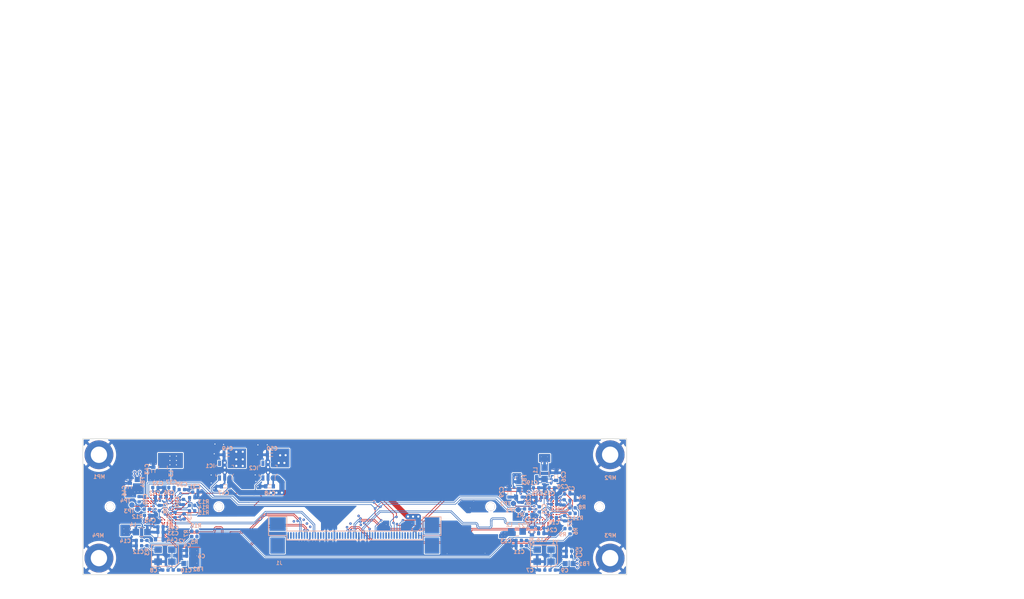
<source format=kicad_pcb>
(kicad_pcb (version 20211014) (generator pcbnew)
  (title_block (date "2022-09-05") (rev "1.3.1"))
  (layers (0 "F.Cu" signal) (1 "In1.Cu" power) (2 "In2.Cu" signal) (31 "B.Cu" signal) (34 "B.Paste" user) (35 "F.Paste" user) (36 "B.SilkS" user "B.Silkscreen") (37 "F.SilkS" user "F.Silkscreen") (38 "B.Mask" user) (39 "F.Mask" user) (44 "Edge.Cuts" user))
  (net 0 "")
  (net 1 "Net-(R5-Pad2)")
  (net 2 "GND")
  (net 3 "M1_XVCLK")
  (net 4 "M2_XVCLK")
  (net 5 "Net-(C1-Pad1)")
  (net 6 "Net-(C2-Pad1)")
  (net 7 "+2V8")
  (net 8 "Net-(C7-Pad1)")
  (net 9 "Net-(C10-Pad1)")
  (net 10 "Net-(C11-Pad1)")
  (net 11 "Net-(C12-Pad1)")
  (net 12 "Net-(C13-Pad1)")
  (net 13 "Net-(C14-Pad1)")
  (net 14 "/M1_AVDD")
  (net 15 "/M1_DOVDD")
  (net 16 "/M1_DVDD")
  (net 17 "Net-(C18-Pad1)")
  (net 18 "Net-(C21-Pad1)")
  (net 19 "Net-(C30-Pad1)")
  (net 20 "Net-(C31-Pad1)")
  (net 21 "/M2_AVDD")
  (net 22 "/M2_DOVDD")
  (net 23 "/M2_DVDD")
  (net 24 "Net-(C35-Pad1)")
  (net 25 "Net-(C38-Pad1)")
  (net 26 "+3V3")
  (net 27 "+1V5")
  (net 32 "/CSI3_D2_N")
  (net 33 "/CSI3_D2_P")
  (net 34 "/CSI3_D1_N")
  (net 35 "/CSI3_D1_P")
  (net 36 "/CSI3_CLK_N")
  (net 37 "/CSI3_CLK_P")
  (net 46 "/CSI1_D2_N")
  (net 47 "/CSI1_D2_P")
  (net 48 "/CSI1_D1_N")
  (net 49 "/CSI1_D1_P")
  (net 50 "/CSI1_CLK_N")
  (net 51 "/CSI1_CLK_P")
  (net 52 "/M_FREX")
  (net 54 "/CAM_RST")
  (net 60 "/I2C3_SDA")
  (net 61 "/I2C3_SCL")
  (net 62 "/I2C2_SDA")
  (net 63 "/I2C2_SCL")
  (net 68 "+5V")
  (net 69 "Net-(R1-Pad2)")
  (net 70 "Net-(R4-Pad1)")
  (net 71 "Net-(R12-Pad2)")
  (net 72 "Net-(R13-Pad1)")
  (net 73 "/M1_STROBE")
  (net 74 "/M2_STROBE")
  (footprint "OV5640-dual-camera-board-footprints:Camera_Lens_20mm" (layer "F.Cu") (at 121.0221 112.061587)
    (fp_text reference "REF**" hide)
    (fp_text value "Camera_Lens_20mm")
  )
  (footprint "OV5640-dual-camera-board-footprints:OV5640" (layer "F.Cu") (at 121.0221 112.061587)
    (fp_text reference "U2" hide)
    (fp_text value "OV5640" hide)
  )
  (footprint "OV5640-dual-camera-board-footprints:OSHW-Logo2_7.3x6mm_Copper_Mask" (layer "F.Cu") (at 175.2221 103.561587)
    (fp_text reference "REF**" hide)
    (fp_text value "OSHW-Logo2_7.3x6mm_Copper_Mask" hide)
  )
  (footprint "OV5640-dual-camera-board-footprints:antmicro-logo_scaled_15mm" (layer "F.Cu") (at 157.0221 103.361587)
    (fp_text reference "G***" hide)
    (fp_text value "LOGO" hide)
  )
  (footprint "OV5640-dual-camera-board-footprints:Camera_Lens_20mm" (layer "F.Cu") (at 191.0221 112.061587)
    (fp_text reference "REF**" hide)
    (fp_text value "Camera_Lens_20mm")
  )
  (footprint "OV5640-dual-camera-board-footprints:OV5640" (layer "F.Cu") (at 191.0221 112.061587)
    (fp_text reference "U1" hide)
    (fp_text value "OV5640" hide)
  )
  (footprint "OV5640-dual-camera-board-footprints:0603-cap" (layer "B.Cu") (at 188.5921 116.541587 -90)
    (fp_text reference "C27")
    (fp_text value "C_10u_0603")
  )
  (footprint "OV5640-dual-camera-board-footprints:0402-res" (layer "B.Cu") (at 126.5121 116.571587)
    (fp_text reference "R10")
    (fp_text value "R_0R_0402")
  )
  (footprint "OV5640-dual-camera-board-footprints:7C-24.000MBB-T" (layer "B.Cu") (at 191.1521 121.271587 180)
    (fp_text reference "Y1")
    (fp_text value "7C-24.000MBB-T")
  )
  (footprint "OV5640-dual-camera-board-footprints:0402-res" (layer "B.Cu") (at 126.1021 111.821587)
    (fp_text reference "R14")
    (fp_text value "R_0R_0402")
  )
  (footprint "OV5640-dual-camera-board-footprints:0402-res" (layer "B.Cu") (at 187.7321 112.471587)
    (fp_text reference "R1")
    (fp_text value "R_0R_0402")
  )
  (footprint "OV5640-dual-camera-board-footprints:0402-cap" (layer "B.Cu") (at 188.0821 113.511587)
    (fp_text reference "C22")
    (fp_text value "C_100n_0402")
  )
  (footprint "OV5640-dual-camera-board-footprints:9774030243R" (layer "B.Cu") (at 203.0221 102.561587 180)
    (fp_text reference "MP2")
    (fp_text value "9774030243R")
  )
  (footprint "OV5640-dual-camera-board-footprints:0402-cap" (layer "B.Cu") (at 186.8221 110.771587 90)
    (fp_text reference "C28")
    (fp_text value "C_100n_0402")
  )
  (footprint "OV5640-dual-camera-board-footprints:0402-cap" (layer "B.Cu") (at 192.2321 108.601587)
    (fp_text reference "C20")
    (fp_text value "C_100n_0402")
  )
  (footprint "OV5640-dual-camera-board-footprints:0402-cap" (layer "B.Cu") (at 186.1621 119.256587 180)
    (fp_text reference "C11")
    (fp_text value "C_47p_0402")
  )
  (footprint "OV5640-dual-camera-board-footprints:0402-cap" (layer "B.Cu") (at 192.6021 114.081587)
    (fp_text reference "C18")
    (fp_text value "C_100n_0402")
  )
  (footprint "OV5640-dual-camera-board-footprints:0402-cap" (layer "B.Cu") (at 194.6021 114.181587 -90)
    (fp_text reference "C17")
    (fp_text value "C_100n_0402")
  )
  (footprint "OV5640-dual-camera-board-footprints:9774030243R" (layer "B.Cu") (at 109.0221 102.561587 180)
    (fp_text reference "MP1")
    (fp_text value "9774030243R")
  )
  (footprint "OV5640-dual-camera-board-footprints:0402-cap" (layer "B.Cu") (at 195.4021 121.231587 180)
    (fp_text reference "C3")
    (fp_text value "C_100n_0402")
  )
  (footprint "OV5640-dual-camera-board-footprints:0805-res" (layer "B.Cu") (at 185.8421 116.631587 180)
    (fp_text reference "L2")
    (fp_text value "MLP2012S3R3MT")
  )
  (footprint "OV5640-dual-camera-board-footprints:0805-res" (layer "B.Cu") (at 190.9121 105.931587 90)
    (fp_text reference "L1")
    (fp_text value "MLP2012S3R3MT")
  )
  (footprint "OV5640-dual-camera-board-footprints:0402-cap" (layer "B.Cu") (at 119.3471 108.541587)
    (fp_text reference "C32")
    (fp_text value "C_100n_0402")
  )
  (footprint "OV5640-dual-camera-board-footprints:Testpoint_smd_1mm" (layer "B.Cu") (at 116.0821 112.521587 180)
    (fp_text reference "TP3")
    (fp_text value "TP_SMD1MM" hide)
  )
  (footprint "OV5640-dual-camera-board-footprints:0603-cap" (layer "B.Cu") (at 132.1971 108.311587 180)
    (fp_text reference "C47")
    (fp_text value "C_10u_0603")
  )
  (footprint "OV5640-dual-camera-board-footprints:0402-res" (layer "B.Cu") (at 126.0221 117.061587 -90)
    (fp_text reference "R7")
    (fp_text value "R_0R_0402")
  )
  (footprint "OV5640-dual-camera-board-footprints:0402-cap" (layer "B.Cu") (at 120.2921 115.761587)
    (fp_text reference "C41")
    (fp_text value "C_100n_0402")
  )
  (footprint "OV5640-dual-camera-board-footprints:0603-cap" (layer "B.Cu") (at 132.6721 102.511587 180)
    (fp_text reference "C49")
    (fp_text value "C_10u_0603")
  )
  (footprint "OV5640-dual-camera-board-footprints:0402-res" (layer "B.Cu") (at 126.5121 117.561587)
    (fp_text reference "R5")
    (fp_text value "R_0R_0402")
  )
  (footprint "OV5640-dual-camera-board-footprints:0603-cap" (layer "B.Cu") (at 184.4521 109.601587 90)
    (fp_text reference "C29")
    (fp_text value "C_10u_0603")
  )
  (footprint "OV5640-dual-camera-board-footprints:0603-cap" (layer "B.Cu") (at 118.9721 105.511587 90)
    (fp_text reference "C43")
    (fp_text value "C_10u_0603")
  )
  (footprint "OV5640-dual-camera-board-footprints:0402-cap" (layer "B.Cu") (at 123.1121 123.701587)
    (fp_text reference "C10")
    (fp_text value "C_100n_0402")
  )
  (footprint "OV5640-dual-camera-board-footprints:0402-cap" (layer "B.Cu") (at 116.3321 119.251587 180)
    (fp_text reference "C12")
    (fp_text value "C_47p_0402")
  )
  (footprint "OV5640-dual-camera-board-footprints:0402-cap" (layer "B.Cu") (at 186.1621 118.256587 180)
    (fp_text reference "C13")
    (fp_text value "C_47p_0402")
  )
  (footprint "OV5640-dual-camera-board-footprints:0603" (layer "B.Cu") (at 116.0221 107.781587 90)
    (fp_text reference "FB4")
    (fp_text value "BLM18EG221SN1D" hide)
  )
  (footprint "OV5640-dual-camera-board-footprints:0805-res" (layer "B.Cu") (at 120.7471 104.861587 90)
    (fp_text reference "L3")
    (fp_text value "MLP2012S3R3MT")
  )
  (footprint "OV5640-dual-camera-board-footprints:0402-res" (layer "B.Cu") (at 195.6121 116.571587 90)
    (fp_text reference "R6")
    (fp_text value "R_0R_0402")
  )
  (footprint "OV5640-dual-camera-board-footprints:0805-res" (layer "B.Cu") (at 116.8221 116.731587 180)
    (fp_text reference "L4")
    (fp_text value "MLP2012S3R3MT")
  )
  (footprint "OV5640-dual-camera-board-footprints:0402-cap" (layer "B.Cu") (at 117.8321 113.651587)
    (fp_text reference "C45")
    (fp_text value "C_100n_0402")
  )
  (footprint "OV5640-dual-camera-board-footprints:0402-cap" (layer "B.Cu") (at 125.5921 121.141587 180)
    (fp_text reference "C6")
    (fp_text value "C_47p_0402")
  )
  (footprint "OV5640-dual-camera-board-footprints:0603-cap" (layer "B.Cu") (at 140.3471 108.311587 180)
    (fp_text reference "C48")
    (fp_text value "C_10u_0603")
  )
  (footprint "OV5640-dual-camera-board-footprints:0402-res" (layer "B.Cu") (at 195.1321 116.081587)
    (fp_text reference "R9")
    (fp_text value "R_0R_0402")
  )
  (footprint "OV5640-dual-camera-board-footprints:0402-cap" (layer "B.Cu") (at 116.3521 110.691587 90)
    (fp_text reference "C39")
    (fp_text value "C_100n_0402")
  )
  (footprint "OV5640-dual-camera-board-footprints:0603-cap" (layer "B.Cu") (at 120.0821 118.051587)
    (fp_text reference "C44")
    (fp_text value "C_10u_0603")
  )
  (footprint "OV5640-dual-camera-board-footprints:0402-cap" (layer "B.Cu") (at 125.5921 120.121587 180)
    (fp_text reference "C4")
    (fp_text value "C_100n_0402")
  )
  (footprint "OV5640-dual-camera-board-footprints:0402-cap" (layer "B.Cu") (at 124.2221 108.911587)
    (fp_text reference "C30")
    (fp_text value "C_100n_0402")
  )
  (footprint "OV5640-dual-camera-board-footprints:0603-cap" (layer "B.Cu") (at 140.6471 102.511587 180)
    (fp_text reference "C50")
    (fp_text value "C_10u_0603")
  )
  (footprint "OV5640-dual-camera-board-footprints:0402-res" (layer "B.Cu") (at 187.6221 118.756587 90)
    (fp_text reference "R2")
    (fp_text value "R_22R_0402")
  )
  (footprint "OV5640-dual-camera-board-footprints:WE_68715014522" (layer "B.Cu") (at 156.0221 117.961587)
    (fp_text reference "J1")
    (fp_text value "WE_68715014522")
  )
  (footprint "OV5640-dual-camera-board-footprints:0402-cap" (layer "B.Cu") (at 195.4021 120.221587 180)
    (fp_text reference "C5")
    (fp_text value "C_47p_0402")
  )
  (footprint "OV5640-dual-camera-board-footprints:0402-res" (layer "B.Cu") (at 126.1221 110.401587)
    (fp_text reference "R13")
    (fp_text value "R_0R_0402")
  )
  (footprint "OV5640-dual-camera-board-footprints:0402-res" (layer "B.Cu") (at 117.8121 118.741587 90)
    (fp_text reference "R3")
    (fp_text value "R_22R_0402")
  )
  (footprint "OV5640-dual-camera-board-footprints:0402-cap" (layer "B.Cu") (at 126.7021 109.371587)
    (fp_text reference "C31")
    (fp_text value "C_100n_0402")
  )
  (footprint "OV5640-dual-camera-board-footprints:0402-cap" (layer "B.Cu") (at 190.2921 115.991587)
    (fp_text reference "C24")
    (fp_text value "C_100n_0402")
  )
  (footprint "OV5640-dual-camera-board-footprints:0402-cap" (layer "B.Cu") (at 191.8221 110.391587 180)
    (fp_text reference "C15")
    (fp_text value "C_100n_0402")
  )
  (footprint "OV5640-dual-camera-board-footprints:0603" (layer "B.Cu") (at 186.2221 108.161587 90)
    (fp_text reference "FB3")
    (fp_text value "BLM18EG221SN1D" hide)
  )
  (footprint "OV5640-dual-camera-board-footprints:0402-res" (layer "B.Cu") (at 196.0621 110.881587)
    (fp_text reference "R4")
    (fp_text value "R_0R_0402")
  )
  (footprint "OV5640-dual-camera-board-footprints:0402-cap" (layer "B.Cu") (at 121.1921 123.711587 180)
    (fp_text reference "C8")
    (fp_text value "C_47p_0402")
  )
  (footprint "OV5640-dual-camera-board-footprints:0402-res" (layer "B.Cu") (at 196.0721 113.291587)
    (fp_text reference "R11")
    (fp_text value "R_0R_0402")
  )
  (footprint "OV5640-dual-camera-board-footprints:0402-res" (layer "B.Cu") (at 196.0721 112.271587)
    (fp_text reference "R8")
    (fp_text value "R_0R_0402")
  )
  (footprint "OV5640-dual-camera-board-footprints:0603-cap" (layer "B.Cu") (at 193.0421 106.521587 90)
    (fp_text reference "C26")
    (fp_text value "C_10u_0603")
  )
  (footprint "OV5640-dual-camera-board-footprints:0402-cap" (layer "B.Cu") (at 122.9521 113.581587 -90)
    (fp_text reference "C35")
    (fp_text value "C_100n_0402")
  )
  (footprint "OV5640-dual-camera-board-footprints:0402-cap" (layer "B.Cu") (at 119.8321 110.241587 180)
    (fp_text reference "C42")
    (fp_text value "C_100n_0402")
  )
  (footprint "OV5640-dual-camera-board-footprints:0402-cap" (layer "B.Cu") (at 192.6421 111.621587)
    (fp_text reference "C1")
    (fp_text value "C_100n_0402")
  )
  (footprint "OV5640-dual-camera-board-footprints:0402-cap" (layer "B.Cu") (at 120.2921 116.761587)
    (fp_text reference "C33")
    (fp_text value "C_1u_0402")
  )
  (footprint "OV5640-dual-camera-board-footprints:0402-cap" (layer "B.Cu") (at 189.3521 108.591587)
    (fp_text reference "C19")
    (fp_text value "C_100n_0402")
  )
  (footprint "OV5640-dual-camera-board-footprints:0603" (layer "B.Cu") (at 195.4321 122.531587 180)
    (fp_text reference "FB1")
    (fp_text value "BLM18AG601SN1D" hide)
  )
  (footprint "OV5640-dual-camera-board-footprints:Testpoint_smd_1mm" (layer "B.Cu") (at 186.0821 112.621587 180)
    (fp_text reference "TP1")
    (fp_text value "TP_SMD1MM" hide)
  )
  (footprint "OV5640-dual-camera-board-footprints:0402-res" (layer "B.Cu") (at 126.1121 112.831587)
    (fp_text reference "R15")
    (fp_text value "R_0R_0402")
  )
  (footprint "OV5640-dual-camera-board-footprints:Testpoint_smd_1mm" (layer "B.Cu") (at 185.1821 111.461587 180)
    (fp_text reference "TP2")
    (fp_text value "TP_SMD1MM" hide)
  )
  (footprint "OV5640-dual-camera-board-footprints:SOT-23-5" (layer "B.Cu") (at 140.0721 105.431587 180)
    (fp_text reference "IC2")
    (fp_text value "TLV73315PDBVT")
  )
  (footprint "OV5640-dual-camera-board-footprints:0603" (layer "B.Cu") (at 125.3221 122.501587 180)
    (fp_text reference "FB2")
    (fp_text value "BLM18AG601SN1D" hide)
  )
  (footprint "OV5640-dual-camera-board-footprints:0402-cap" (layer "B.Cu") (at 189.8321 110.331587 180)
    (fp_text reference "C25")
    (fp_text value "C_100n_0402")
  )
  (footprint "OV5640-dual-camera-board-footprints:0402-res" (layer "B.Cu") (at 117.7821 112.531587)
    (fp_text reference "R12")
    (fp_text value "R_0R_0402")
  )
  (footprint "OV5640-dual-camera-board-footprints:0402-cap" (layer "B.Cu") (at 195.0921 109.711587)
    (fp_text reference "C2")
    (fp_text value "C_100n_0402")
  )
  (footprint "OV5640-dual-camera-board-footprints:Testpoint_smd_1mm" (layer "B.Cu") (at 115.0321 111.741587 180)
    (fp_text reference "TP4")
    (fp_text value "TP_SMD1MM" hide)
  )
  (footprint "OV5640-dual-camera-board-footprints:9774030243R" (layer "B.Cu") (at 109.0221 121.561587 180)
    (fp_text reference "MP4")
    (fp_text value "9774030243R")
  )
  (footprint "OV5640-dual-camera-board-footprints:0402-cap" (layer "B.Cu") (at 190.3021 117.001587)
    (fp_text reference "C16")
    (fp_text value "C_1u_0402")
  )
  (footprint "OV5640-dual-camera-board-footprints:SOT-23-5" (layer "B.Cu") (at 132.0971 105.431587 180)
    (fp_text reference "IC1")
    (fp_text value "TLV73328PDBVT")
  )
  (footprint "OV5640-dual-camera-board-footprints:0402-cap" (layer "B.Cu") (at 120.0721 112.311587 90)
    (fp_text reference "C38")
    (fp_text value "C_100n_0402")
  )
  (footprint "OV5640-dual-camera-board-footprints:7C-24.000MBB-T" (layer "B.Cu") (at 121.4421 121.276587 180)
    (fp_text reference "Y2")
    (fp_text value "7C-24.000MBB-T")
  )
  (footprint "OV5640-dual-camera-board-footprints:0603-cap" (layer "B.Cu") (at 114.6521 108.451587 90)
    (fp_text reference "C46")
    (fp_text value "C_10u_0603")
  )
  (footprint "OV5640-dual-camera-board-footprints:0402-cap" (layer "B.Cu") (at 192.4121 123.711587)
    (fp_text reference "C9")
    (fp_text value "C_100n_0402")
  )
  (footprint "OV5640-dual-camera-board-footprints:0402-cap" (layer "B.Cu") (at 124.6321 113.851587 -90)
    (fp_text reference "C34")
    (fp_text value "C_100n_0402")
  )
  (footprint "OV5640-dual-camera-board-footprints:0402-cap" (layer "B.Cu") (at 194.5121 111.271587 -90)
    (fp_text reference "C23")
    (fp_text value "C_100n_0402")
  )
  (footprint "OV5640-dual-camera-board-footprints:0402-cap" (layer "B.Cu") (at 124.5121 111.201587 -90)
    (fp_text reference "C40")
    (fp_text value "C_100n_0402")
  )
  (footprint "OV5640-dual-camera-board-footprints:9774030243R" (layer "B.Cu") (at 203.0221 121.561587 180)
    (fp_text reference "MP3")
    (fp_text value "9774030243R")
  )
  (footprint "OV5640-dual-camera-board-footprints:0402-cap" (layer "B.Cu") (at 190.4721 123.711587 180)
    (fp_text reference "C7")
    (fp_text value "C_47p_0402")
  )
  (footprint "OV5640-dual-camera-board-footprints:0402-cap" (layer "B.Cu") (at 122.3021 108.541587)
    (fp_text reference "C37")
    (fp_text value "C_100n_0402")
  )
  (footprint "OV5640-dual-camera-board-footprints:0402-cap" (layer "B.Cu") (at 116.3321 118.261587 180)
    (fp_text reference "C14")
    (fp_text value "C_47p_0402")
  )
  (footprint "OV5640-dual-camera-board-footprints:0402-cap" (layer "B.Cu") (at 189.9421 112.551587 90)
    (fp_text reference "C21")
    (fp_text value "C_100n_0402")
  )
  (footprint "OV5640-dual-camera-board-footprints:0402-cap" (layer "B.Cu") (at 121.8321 110.251587 180)
    (fp_text reference "C36")
    (fp_text value "C_100n_0402")
  )
  (gr_line (start 187.0221 113.061587) (end 187.1521 112.931587) (layer "B.SilkS") (width 0.15))
  (gr_line (start 188.0221 116.361587) (end 187.8221 116.161587) (layer "B.SilkS") (width 0.15))
  (gr_rect (start 106.0221 124.561587) (end 206.0221 99.561587) (layer "Edge.Cuts") (width 0.1) (fill none))
  (gr_text "Rev.1.3.1" (at 153.9221 106.961587) (layer "F.Cu") (effects (font (size 0.7 0.7)) (justify left)))
  (gr_text "9/2022" (at 161.6221 106.961587) (layer "F.Cu") (effects (font (size 0.7 0.7))))
  (gr_text "OV5640 Dual Camera Board" (at 153.9221 105.561587) (layer "F.Cu") (effects (font (size 0.7 0.7)) (justify left)))
  (segment (start 126.9971 117.561587) (end 126.9971 116.571587) (width 0.105) (layer "B.Cu") (net 1))
  (segment (start 126.9971 116.571587) (end 134.7721 116.571587) (width 0.105) (layer "B.Cu") (net 1))
  (segment (start 184.4541 117.719587) (end 180.8621 121.311587) (width 0.125) (layer "B.Cu") (net 1))
  (segment (start 194.6471 116.081587) (end 193.0071 117.721587) (width 0.125) (layer "B.Cu") (net 1))
  (segment (start 185.18675 117.719587) (end 184.4541 117.719587) (width 0.125) (layer "B.Cu") (net 1))
  (segment (start 134.7721 116.571587) (end 139.5121 121.311587) (width 0.105) (layer "B.Cu") (net 1))
  (segment (start 185.18875 117.721587) (end 185.18675 117.719587) (width 0.125) (layer "B.Cu") (net 1))
  (segment (start 180.8621 121.311587) (end 139.5121 121.311587) (width 0.125) (layer "B.Cu") (net 1))
  (segment (start 193.0071 117.721587) (end 185.18875 117.721587) (width 0.125) (layer "B.Cu") (net 1))
  (segment (start 121.97613 110.491585) (end 121.517298 110.950417) (width 0.125) (layer "F.Cu") (net 2))
  (segment (start 189.532165 109.29659) (end 189.512162 109.276587) (width 0.15) (layer "F.Cu") (net 2))
  (segment (start 119.542103 113.98159) (end 119.5221 113.961587) (width 0.15) (layer "F.Cu") (net 2))
  (segment (start 121.5421 115.741587) (end 121.5221 115.761587) (width 0.15) (layer "F.Cu") (net 2))
  (segment (start 118.992102 113.991585) (end 119.0221 113.961587) (width 0.15) (layer "F.Cu") (net 2))
  (segment (start 193.032158 111.506585) (end 193.782164 111.506585) (width 0.15) (layer "F.Cu") (net 2))
  (segment (start 193.032158 115.006587) (end 193.032158 115.758714) (width 0.15) (layer "F.Cu") (net 2))
  (segment (start 117.316601 110.491585) (end 117.2221 110.397084) (width 0.15) (layer "F.Cu") (net 2))
  (segment (start 119.542103 109.28159) (end 119.5221 109.261587) (width 0.15) (layer "F.Cu") (net 2))
  (segment (start 122.542097 109.281584) (end 122.5221 109.261587) (width 0.15) (layer "F.Cu") (net 2))
  (segment (start 119.542103 114.491587) (end 119.542103 113.98159) (width 0.15) (layer "F.Cu") (net 2))
  (segment (start 188.532167 113.006585) (end 188.982164 113.006585) (width 0.15) (layer "F.Cu") (net 2))
  (segment (start 189.032166 110.506585) (end 189.532165 110.506585) (width 0.15) (layer "F.Cu") (net 2))
  (segment (start 193.982162 114.506587) (end 194.012162 114.476587) (width 0.15) (layer "F.Cu") (net 2))
  (segment (start 191.532162 115.756587) (end 191.512162 115.776587) (width 0.15) (layer "F.Cu") (net 2))
  (segment (start 123.042096 111.491585) (end 123.792102 111.491585) (width 0.15) (layer "F.Cu") (net 2))
  (segment (start 118.542105 110.991587) (end 119.012105 111.461587) (width 0.15) (layer "F.Cu") (net 2))
  (segment (start 189.532165 110.506585) (end 189.532165 110.89659) (width 0.15) (layer "F.Cu") (net 2))
  (segment (start 193.782164 111.506585) (end 193.812162 111.476587) (width 0.15) (layer "F.Cu") (net 2))
  (segment (start 118.542105 113.991585) (end 118.992102 113.991585) (width 0.15) (layer "F.Cu") (net 2))
  (segment (start 191.966192 110.506585) (end 191.50736 110.965417) (width 0.125) (layer "F.Cu") (net 2))
  (segment (start 120.042102 109.991587) (end 120.042102 109.281589) (width 0.15) (layer "F.Cu") (net 2))
  (segment (start 119.542103 110.88159) (end 119.6221 110.961587) (width 0.15) (layer "F.Cu") (net 2))
  (segment (start 118.992102 112.991585) (end 119.0221 112.961587) (width 0.15) (layer "F.Cu") (net 2))
  (segment (start 192.532159 109.296584) (end 192.512162 109.276587) (width 0.15) (layer "F.Cu") (net 2))
  (segment (start 122.542097 109.991587) (end 122.542097 109.281584) (width 0.15) (layer "F.Cu") (net 2))
  (segment (start 193.032158 114.506587) (end 193.982162 114.506587) (width 0.15) (layer "F.Cu") (net 2))
  (segment (start 188.032168 110.506585) (end 187.306663 110.506585) (width 0.15) (layer "F.Cu") (net 2))
  (segment (start 190.032164 110.006587) (end 190.032164 109.296589) (width 0.15) (layer "F.Cu") (net 2))
  (segment (start 190.032164 109.296589) (end 190.012162 109.276587) (width 0.15) (layer "F.Cu") (net 2))
  (segment (start 123.042096 114.991587) (end 123.042096 115.743714) (width 0.15) (layer "F.Cu") (net 2))
  (segment (start 191.532162 115.006587) (end 191.532162 115.756587) (width 0.15) (layer "F.Cu") (net 2))
  (segment (start 122.042098 110.491585) (end 121.97613 110.491585) (width 0.125) (layer "F.Cu") (net 2))
  (segment (start 188.982164 113.006585) (end 189.012162 112.976587) (width 0.15) (layer "F.Cu") (net 2))
  (segment (start 188.532167 114.006585) (end 188.982164 114.006585) (width 0.15) (layer "F.Cu") (net 2))
  (segment (start 123.9921 114.491587) (end 124.0221 114.461587) (width 0.15) (layer "F.Cu") (net 2))
  (segment (start 193.032158 115.758714) (end 192.978334 115.812538) (width 0.15) (layer "F.Cu") (net 2))
  (segment (start 188.532167 111.006587) (end 189.002167 111.476587) (width 0.15) (layer "F.Cu") (net 2))
  (segment (start 188.982164 114.006585) (end 189.012162 113.976587) (width 0.15) (layer "F.Cu") (net 2))
  (segment (start 119.042104 110.491585) (end 119.542103 110.491585) (width 0.15) (layer "F.Cu") (net 2))
  (segment (start 192.03216 110.506585) (end 191.966192 110.506585) (width 0.125) (layer "F.Cu") (net 2))
  (segment (start 189.532165 114.506587) (end 189.532165 113.99659) (width 0.15) (layer "F.Cu") (net 2))
  (segment (start 120.042102 109.281589) (end 120.0221 109.261587) (width 0.15) (layer "F.Cu") (net 2))
  (segment (start 189.532165 110.89659) (end 189.612162 110.976587) (width 0.15) (layer "F.Cu") (net 2))
  (segment (start 119.012105 111.461587) (end 119.3221 111.461587) (width 0.15) (layer "F.Cu") (net 2))
  (segment (start 189.532165 113.99659) (end 189.512162 113.976587) (width 0.15) (layer "F.Cu") (net 2))
  (segment (start 189.532165 110.006587) (end 189.532165 109.29659) (width 0.15) (layer "F.Cu") (net 2))
  (segment (start 119.542103 110.491585) (end 119.542103 110.88159) (width 0.15) (layer "F.Cu") (net 2))
  (segment (start 121.5421 114.991587) (end 121.5421 115.741587) (width 0.15) (layer "F.Cu") (net 2))
  (segment (start 192.532159 110.006587) (end 192.532159 109.296584) (width 0.15) (layer "F.Cu") (net 2))
  (segment (start 123.792102 111.491585) (end 123.8221 111.461587) (width 0.15) (layer "F.Cu") (net 2))
  (segment (start 118.542105 112.991585) (end 118.992102 112.991585) (width 0.15) (layer "F.Cu") (net 2))
  (segment (start 189.002167 111.476587) (end 189.312162 111.476587) (width 0.15) (layer "F.Cu") (net 2))
  (segment (start 118.042106 110.491585) (end 117.316601 110.491585) (width 0.15) (layer "F.Cu") (net 2))
  (segment (start 123.042096 114.491587) (end 123.9921 114.491587) (width 0.15) (layer "F.Cu") (net 2))
  (segment (start 123.042096 115.743714) (end 122.988272 115.797538) (width 0.15) (layer "F.Cu") (net 2))
  (segment (start 119.542103 109.991587) (end 119.542103 109.28159) (width 0.15) (layer "F.Cu") (net 2))
  (segment (start 187.306663 110.506585) (end 187.212162 110.412084) (width 0.15) (layer "F.Cu") (net 2))
  (via (at 124.3621 121.141587) (size 0.46) (drill 0.1) (layers "F.Cu" "B.Cu") (net 2))
  (via (at 139.9221 100.681587) (size 0.6) (drill 0.2) (layers "F.Cu" "B.Cu") (net 2))
  (via (at 196.4321 109.731587) (size 0.46) (drill 0.1) (layers "F.Cu" "B.Cu") (net 2))
  (via (at 154.595168 115.834388) (size 0.46) (drill 0.1) (layers "F.Cu" "B.Cu") (net 2))
  (via (at 189.312162 111.476587) (size 0.46) (drill 0.1) (layers "F.Cu" "B.Cu") (net 2))
  (via (at 115.1821 119.251587) (size 0.46) (drill 0.1) (layers "F.Cu" "B.Cu") (net 2))
  (via (at 190.748871 113.058017) (size 0.46) (drill 0.1) (layers "F.Cu" "B.Cu") (net 2))
  (via (at 189.012162 113.976587) (size 0.46) (drill 0.1) (layers "F.Cu" "B.Cu") (net 2))
  (via (at 119.3971 104.161587) (size 0.46) (drill 0.1) (layers "F.Cu" "B.Cu") (net 2))
  (via (at 122.5221 109.261587) (size 0.46) (drill 0.1) (layers "F.Cu" "B.Cu") (net 2))
  (via (at 185.0221 118.117087) (size 0.46) (drill 0.1) (layers "F.Cu" "B.Cu") (net 2))
  (via (at 132.0971 104.886587) (size 0.8) (drill 0.4) (layers "F.Cu" "B.Cu") (net 2))
  (via (at 146.7721 118.386587) (size 0.46) (drill 0.1) (layers "F.Cu" "B.Cu") (net 2))
  (via (at 127.8521 109.021587) (size 0.46) (drill 0.1) (layers "F.Cu" "B.Cu") (net 2))
  (via (at 189.512162 109.276587) (size 0.46) (drill 0.1) (layers "F.Cu" "B.Cu") (net 2))
  (via (at 115.1221 118.261587) (size 0.46) (drill 0.1) (layers "F.Cu" "B.Cu") (net 2))
  (via (at 189.0021 116.741587) (size 0.46) (drill 0.1) (layers "F.Cu" "B.Cu") (net 2))
  (via (at 145.7721 118.386587) (size 0.46) (drill 0.1) (layers "F.Cu" "B.Cu") (net 2))
  (via (at 191.50736 110.965417) (size 0.46) (drill 0.1) (layers "F.Cu" "B.Cu") (net 2))
  (via (at 166.5221 115.111587) (size 0.46) (drill 0.1) (layers "F.Cu" "B.Cu") (net 2))
  (via (at 124.3421 120.131587) (size 0.46) (drill 0.1) (layers "F.Cu" "B.Cu") (net 2))
  (via (at 130.1821 102.331587) (size 0.6) (drill 0.2) (layers "F.Cu" "B.Cu") (net 2))
  (via (at 119.0221 113.961587) (size 0.46) (drill 0.1) (layers "F.Cu" "B.Cu") (net 2))
  (via (at 120.758809 113.043017) (size 0.46) (drill 0.1) (layers "F.Cu" "B.Cu") (net 2))
  (via (at 140.0721 105.761587) (size 0.8) (drill 0.4) (layers "F.Cu" "B.Cu") (net 2))
  (via (at 184.8321 119.541587) (size 0.46) (drill 0.1) (layers "F.Cu" "B.Cu") (net 2))
  (via (at 119.5221 113.961587) (size 0.46) (drill 0.1) (layers "F.Cu" "B.Cu") (net 2))
  (via (at 147.2221 115.161587) (size 0.46) (drill 0.1) (layers "F.Cu" "B.Cu") (net 2))
  (via (at 137.8121 107.411587) (size 0.6) (drill 0.2) (layers "F.Cu" "B.Cu") (net 2))
  (via (at 191.512162 115.776587) (size 0.46) (drill 0.1) (layers "F.Cu" "B.Cu") (net 2))
  (via (at 131.8921 100.611587) (size 0.6) (drill 0.2) (layers "F.Cu" "B.Cu") (net 2))
  (via (at 189.2021 123.791587) (size 0.46) (drill 0.1) (layers "F.Cu" "B.Cu") (net 2))
  (via (at 193.7521 123.741587) (size 0.46) (drill 0.1) (layers "F.Cu" "B.Cu") (net 2))
  (via (at 137.7121 106.211587) (size 0.6) (drill 0.2) (layers "F.Cu" "B.Cu") (net 2))
  (via (at 179.9721 120.611587) (size 0.46) (drill 0.1) (layers "F.Cu" "B.Cu") (net 2))
  (via (at 172.9971 120.686587) (size 0.46) (drill 0.1) (layers "F.Cu" "B.Cu") (net 2))
  (via (at 189.012162 112.976587) (size 0.46) (drill 0.1) (layers "F.Cu" "B.Cu") (net 2))
  (via (at 148.2721 118.386587) (size 0.46) (drill 0.1) (layers "F.Cu" "B.Cu") (net 2))
  (via (at 132.0971 103.961587) (size 0.8) (drill 0.4) (layers "F.Cu" "B.Cu") (net 2))
  (via (at 114.0021 107.081587) (size 0.46) (drill 0.1) (layers "F.Cu" "B.Cu") (net 2))
  (via (at 148.7971 118.386587) (size 0.46) (drill 0.1) (layers "F.Cu" "B.Cu") (net 2))
  (via (at 188.3221 122.171587) (size 0.46) (drill 0.1) (layers "F.Cu" "B.Cu") (net 2))
  (via (at 177.2471 112.286587) (size 0.46) (drill 0.1) (layers "F.Cu" "B.Cu") (net 2))
  (via (at 157.127185 115.402671) (size 0.46) (drill 0.1) (layers "F.Cu" "B.Cu") (net 2))
  (via (at 147.2971 118.386587) (size 0.46) (drill 0.1) (layers "F.Cu" "B.Cu") (net 2))
  (via (at 175.6721 111.036587) (size 0.46) (drill 0.1) (layers "F.Cu" "B.Cu") (net 2))
  (via (at 189.612162 110.976587) (size 0.46) (drill 0.1) (layers "F.Cu" "B.Cu") (net 2))
  (via (at 113.8221 107.831587) (size 0.46) (drill 0.1) (layers "F.Cu" "B.Cu") (net 2))
  (via (at 146.6221 114.461587) (size 0.46) (drill 0.1) (layers "F.Cu" "B.Cu") (net 2))
  (via (at 119.6221 110.961587) (size 0.46) (drill 0.1) (layers "F.Cu" "B.Cu") (net 2))
  (via (at 129.6121 106.231587) (size 0.6) (drill 0.2) (layers "F.Cu" "B.Cu") (net 2))
  (via (at 138.2021 100.691587) (size 0.6) (drill 0.2) (layers "F.Cu" "B.Cu") (net 2))
  (via (at 114.8721 107.091587) (size 0.46) (drill 0.1) (layers "F.Cu" "B.Cu") (net 2))
  (via (at 194.0921 120.251587) (size 0.46) (drill 0.1) (layers "F.Cu" "B.Cu") (net 2))
  (via (at 188.1121 116.736087) (size 0.46) (drill 0.1) (layers "F.Cu" "B.Cu") (net 2))
  (via (at 144.8221 114.761587) (size 0.46) (drill 0.1) (layers "F.Cu" "B.Cu") (net 2))
  (via (at 132.0971 105.786587) (size 0.8) (drill 0.4) (layers "F.Cu" "B.Cu") (net 2))
  (via (at 187.212162 110.412084) (size 0.46) (drill 0.1) (layers "F.Cu" "B.Cu") (net 2))
  (via (at 121.517298 110.950417) (size 0.46) (drill 0.1) (layers "F.Cu" "B.Cu") (net 2))
  (via (at 194.012162 114.476587) (size 0.46) (drill 0.1) (layers "F.Cu" "B.Cu") (net 2))
  (via (at 117.2221 110.397084) (size 0.46) (drill 0.1) (layers "F.Cu" "B.Cu") (net 2))
  (via (at 130.1521 108.751587) (size 0.6) (drill 0.2) (layers "F.Cu" "B.Cu") (net 2))
  (via (at 121.5221 115.761587) (size 0.46) (drill 0.1) (layers "F.Cu" "B.Cu") (net 2))
  (via (at 119.0221 112.961587) (size 0.46) (drill 0.1) (layers "F.Cu" "B.Cu") (net 2))
  (via (at 138.1621 102.521587) (size 0.6) (drill 0.2) (layers "F.Cu" "B.Cu") (net 2))
  (via (at 119.5221 109.261587) (size 0.46) (drill 0.1) (layers "F.Cu" "B.Cu") (net 2))
  (via (at 122.988272 115.797538) (size 0.46) (drill 0.1) (layers "F.Cu" "B.Cu") (net 2))
  (via (at 119.9221 123.811587) (size 0.46) (drill 0.1) (layers "F.Cu" "B.Cu") (net 2))
  (via (at 191.166187 112.637469) (size 0.46) (drill 0.1) (layers "F.Cu" "B.Cu") (net 2))
  (via (at 192.5221 105.101587) (size 0.46) (drill 0.1) (layers "F.Cu" "B.Cu") (net 2))
  (via (at 177.8721 111.061587) (size 0.46) (drill 0.1) (layers "F.Cu" "B.Cu") (net 2))
  (via (at 192.512162 109.276587) (size 0.46) (drill 0.1) (layers "F.Cu" "B.Cu") (net 2))
  (via (at 119.3221 111.461587) (size 0.46) (drill 0.1) (layers "F.Cu" "B.Cu") (net 2))
  (via (at 184.7221 108.231587) (size 0.46) (drill 0.1) (layers "F.Cu" "B.Cu") (net 2))
  (via (at 146.2721 118.386587) (size 0.46) (drill 0.1) (layers "F.Cu" "B.Cu") (net 2))
  (via (at 121.4121 118.374587) (size 0.46) (drill 0.1) (layers "F.Cu" "B.Cu") (net 2))
  (via (at 190.012162 109.276587) (size 0.46) (drill 0.1) (layers "F.Cu" "B.Cu") (net 2))
  (via (at 193.812162 111.476587) (size 0.46) (drill 0.1) (layers "F.Cu" "B.Cu") (net 2))
  (via (at 124.4221 123.701587) (size 0.46) (drill 0.1) (layers "F.Cu" "B.Cu") (net 2))
  (via (at 193.4021 105.131587) (size 0.46) (drill 0.1) (layers "F.Cu" "B.Cu") (net 2))
  (via (at 123.8221 111.461587) (size 0.46) (drill 0.1) (layers "F.Cu" "B.Cu") (net 2))
  (via (at 118.5471 104.086587) (size 0.46) (drill 0.1) (layers "F.Cu" "B.Cu") (net 2))
  (via (at 197.3421 110.871587) (size 0.46) (drill 0.1) (layers "F.Cu" "B.Cu") (net 2))
  (via (at 140.0721 103.861587) (size 0.8) (drill 0.4) (layers "F.Cu" "B.Cu") (net 2))
  (via (at 129.6221 107.701587) (size 0.6) (drill 0.2) (layers "F.Cu" "B.Cu") (net 2))
  (via (at 161.7971 115.336587) (size 0.46) (drill 0.1) (layers "F.Cu" "B.Cu") (net 2))
  (via (at 121.6121 116.471587) (size 0.46) (drill 0.1) (layers "F.Cu" "B.Cu") (net 2))
  (via (at 127.3321 110.411587) (size 0.46) (drill 0.1) (layers "F.Cu" "B.Cu") (net 2))
  (via (at 147.8221 115.761587) (size 0.46) (drill 0.1) (layers "F.Cu" "B.Cu") (net 2))
  (via (at 130.3021 100.541587) (size 0.6) (drill 0.2) (layers "F.Cu" "B.Cu") (net 2))
  (via (at 138.2221 108.381587) (size 0.6) (drill 0.2) (layers "F.Cu" "B.Cu") (net 2))
  (via (at 183.9421 108.271587) (size 0.46) (drill 0.1) (layers "F.Cu" "B.Cu") (net 2))
  (via (at 155.2221 115.161587) (size 0.46) (drill 0.1) (layers "F.Cu" "B.Cu") (net 2))
  (via (at 120.0221 109.261587) (size 0.46) (drill 0.1) (layers "F.Cu" "B.Cu") (net 2))
  (via (at 194.0921 121.241587) (size 0.46) (drill 0.1) (layers "F.Cu" "B.Cu") (net 2))
  (via (at 125.4621 109.151587) (size 0.46) (drill 0.1) (layers "F.Cu" "B.Cu") (net 2))
  (via (at 121.176125 112.622469) (size 0.46) (drill 0.1) (layers "F.Cu" "B.Cu") (net 2))
  (via (at 189.512162 113.976587) (size 0.46) (drill 0.1) (layers "F.Cu" "B.Cu") (net 2))
  (via (at 124.0221 114.461587) (size 0.46) (drill 0.1) (layers "F.Cu" "B.Cu") (net 2))
  (via (at 192.978334 115.812538) (size 0.46) (drill 0.1) (layers "F.Cu" "B.Cu") (net 2))
  (via (at 156.7221 113.761587) (size 0.46) (drill 0.1) (layers "F.Cu" "B.Cu") (net 2))
  (via (at 140.0721 104.786587) (size 0.8) (drill 0.4) (layers "F.Cu" "B.Cu") (net 2))
  (segment (start 119.837038 109.086525) (end 120.0121 109.261587) (width 0.15) (layer "B.Cu") (net 2))
  (segment (start 192.8971 123.711587) (end 193.7221 123.711587) (width 0.15) (layer "B.Cu") (net 2))
  (segment (start 132.0971 103.961587) (end 132.0971 102.636587) (width 0.3) (layer "B.Cu") (net 2))
  (segment (start 188.5921 117.151587) (end 189.0021 116.741587) (width 0.15) (layer "B.Cu") (net 2))
  (segment (start 192.7171 108.601587) (end 192.7171 109.071649) (width 0.15) (layer "B.Cu") (net 2))
  (segment (start 146.2721 118.386587) (end 146.7721 118.386587) (width 0.15) (layer "B.Cu") (net 2))
  (segment (start 125.2221 108.911587) (end 125.4621 109.151587) (width 0.125) (layer "B.Cu") (net 2))
  (segment (start 124.6321 114.336587) (end 124.1471 114.336587) (width 0.15) (layer "B.Cu") (net 2))
  (segment (start 152.2721 118.111587) (end 152.1721 118.211587) (width 0.15) (layer "B.Cu") (net 2))
  (segment (start 121.337038 110.780157) (end 121.507298 110.950417) (width 0.15) (layer "B.Cu") (net 2))
  (segment (start 190.7871 117.001587) (end 190.7871 116.001587) (width 0.15) (layer "B.Cu") (net 2))
  (segment (start 194.9171 120.221587) (end 194.9171 121.231587) (width 0.15) (layer "B.Cu") (net 2))
  (segment (start 191.3371 110.391587) (end 191.3371 110.795157) (width 0.15) (layer "B.Cu") (net 2))
  (segment (start 119.0121 113.961587) (end 119.5121 113.961587) (width 0.15) (layer "B.Cu") (net 2))
  (segment (start 185.1171 119.256587) (end 184.8321 119.541587) (width 0.15) (layer "B.Cu") (net 2))
  (segment (start 189.012162 113.976587) (end 189.512162 113.976587) (width 0.15) (layer "B.Cu") (net 2))
  (segment (start 152.1471 118.236587) (end 150.9471 118.236587) (width 0.15) (layer "B.Cu") (net 2))
  (segment (start 126.6071 110.401587) (end 127.3221 110.401587) (width 0.15) (layer "B.Cu") (net 2))
  (segment (start 125.1071 121.141587) (end 125.1071 120.121587) (width 0.15) (layer "B.Cu") (net 2))
  (segment (start 194.092162 111.756587) (end 193.812162 111.476587) (width 0.15) (layer "B.Cu") (net 2))
  (segment (start 115.2021 119.271587) (end 115.1821 119.251587) (width 0.105) (layer "B.Cu") (net 2))
  (segment (start 194.9171 121.231587) (end 194.1021 121.231587) (width 0.15) (layer "B.Cu") (net 2))
  (segment (start 148.7971 118.386587) (end 148.2721 118.386587) (width 0.15) (layer "B.Cu") (net 2))
  (segment (start 132.0971 107.711587) (end 132.0971 106.781587) (width 0.3) (layer "B.Cu") (net 2))
  (segment (start 115.8471 118.261587) (end 115.1221 118.261587) (width 0.15) (layer "B.Cu") (net 2))
  (segment (start 132.0971 106.781587) (end 132.0971 105.786587) (width 0.3) (layer "B.Cu") (net 2))
  (segment (start 121.0891 118.051587) (end 121.4121 118.374587) (width 0.125) (layer "B.Cu") (net 2))
  (segment (start 122.9571 114.066587) (end 123.3521 114.461587) (width 0.15) (layer "B.Cu") (net 2))
  (segment (start 189.558764 122.155887) (end 188.3378 122.155887) (width 0.125) (layer "B.Cu") (net 2))
  (segment (start 193.667162 111.621587) (end 193.812162 111.476587) (width 0.15) (layer "B.Cu") (net 2))
  (segment (start 148.2721 118.386587) (end 147.9971 118.386587) (width 0.15) (layer "B.Cu") (net 2))
  (segment (start 124.3521 120.121587) (end 124.3421 120.131587) (width 0.15) (layer "B.Cu") (net 2))
  (segment (start 139.6471 108.311587) (end 140.0721 107.886587) (width 0.3) (layer "B.Cu") (net 2))
  (segment (start 119.837038 108.576587) (end 119.837038 109.086525) (width 0.15) (layer "B.Cu") (net 2))
  (segment (start 193.1271 111.621587) (end 193.667162 111.621587) (width 0.15) (layer "B.Cu") (net 2))
  (segment (start 123.3521 114.461587) (end 124.0221 114.461587) (width 0.15) (layer "B.Cu") (net 2))
  (segment (start 116.587535 110.397084) (end 116.462038 110.271587) (width 0.15) (layer "B.Cu") (net 2))
  (segment (start 189.9871 123.711587) (end 189.558764 123.283251) (width 0.15) (layer "B.Cu") (net 2))
  (segment (start 196.4121 109.711587) (end 196.4321 109.731587) (width 0.15) (layer "B.Cu") (net 2))
  (segment (start 190.7771 115.991587) (end 191.297162 115.991587) (width 0.15) (layer "B.Cu") (net 2))
  (segment (start 146.7721 118.386587) (end 147.2971 118.386587) (width 0.15) (layer "B.Cu") (net 2))
  (segment (start 195.5771 109.711587) (end 196.4121 109.711587) (width 0.15) (layer "B.Cu") (net 2))
  (segment (start 184.4521 108.901587) (end 184.4521 108.501587) (width 0.15) (layer "B.Cu") (net 2))
  (segment (start 115.8471 119.271587) (end 115.8471 118.271587) (width 0.105) (layer "B.Cu") (net 2))
  (segment (start 189.8371 108.591587) (end 189.8371 109.101525) (width 0.15) (layer "B.Cu") (net 2))
  (segment (start 121.3221 116.761587) (end 121.6121 116.471587) (width 0.125) (layer "B.Cu") (net 2))
  (segment (start 131.4971 108.311587) (end 132.0971 107.711587) (width 0.3) (layer "B.Cu") (net 2))
  (segment (start 121.5221 115.761587) (end 120.7771 115.761587) (width 0.15) (layer "B.Cu") (net 2))
  (segment (start 150.7721 118.061587) (end 150.7721 117.361587) (width 0.15) (layer "B.Cu") (net 2))
  (segment (start 120.7771 116.761587) (end 120.7771 115.761587) (width 0.15) (layer "B.Cu") (net 2))
  (segment (start 120.7071 123.711587) (end 120.0221 123.711587) (width 0.15) (layer "B.Cu") (net 2))
  (segment (start 119.848764 122.853251) (end 120.7071 123.711587) (width 0.15) (layer "B.Cu") (net 2))
  (segment (start 184.4521 108.501587) (end 184.7221 108.231587) (width 0.15) (layer "B.Cu") (net 2))
  (segment (start 124.1471 114.336587) (end 124.0221 114.461587) (width 0.15) (layer "B.Cu") (net 2))
  (segment (start 194.6021 114.666587) (end 194.202162 114.666587) (width 0.15) (layer "B.Cu") (net 2))
  (segment (start 120.7821 118.051587) (end 121.0891 118.051587) (width 0.125) (layer "B.Cu") (net 2))
  (segment (start 140.0721 104.786587) (end 140.0721 103.861587) (width 0.3) (layer "B.Cu") (net 2))
  (segment (start 113.9021 107.751587) (end 113.8221 107.831587) (width 0.15) (layer "B.Cu") (net 2))
  (segment (start 193.0421 105.621587) (end 192.5221 105.101587) (width 0.15) (layer "B.Cu") (net 2))
  (segment (start 147.2971 118.386587) (end 147.7721 117.911587) (width 0.15) (layer "B.Cu") (net 2))
  (segment (start 124.512038 111.741587) (end 124.0921 111.741587) (width 0.15) (layer "B.Cu") (net 2))
  (segment (start 149.2721 118.111587) (end 149.3971 118.236587) (width 0.15) (layer "B.Cu") (net 2))
  (segment (start 189.9871 123.711587) (end 189.2821 123.711587) (width 0.15) (layer "B.Cu") (net 2))
  (segment (start 189.012162 113.976587) (end 189.012162 113.956649) (width 0.15) (layer "B.Cu") (net 2))
  (segment (start 118.9721 104.811587) (end 118.9721 104.511587) (width 0.125) (layer "B.Cu") (net 2))
  (segment (start 118.6271 113.961587) (end 118.3171 113.651587) (width 0.15) (layer "B.Cu") (net 2))
  (segment (start 188.5671 113.421649) (end 189.012162 112.976587) (width 0.15) (layer "B.Cu") (net 2))
  (segment (start 140.0721 103.861587) (end 140.0721 102.636587) (width 0.3) (layer "B.Cu") (net 2))
  (segment (start 125.1071 120.121587) (end 124.3521 120.121587) (width 0.15) (layer "B.Cu") (net 2))
  (segment (start 123.5971 123.701587) (end 124.4221 123.701587) (width 0.105) (layer "B.Cu") (net 2))
  (segment (start 121.337038 110.376587) (end 121.337038 110.780157) (width 0.15) (layer "B.Cu") (net 2))
  (segment (start 152.2721 117.361587) (end 152.2721 118.111587) (width 0.15) (layer "B.Cu") (net 2))
  (segment (start 189.3471 110.711525) (end 189.612162 110.976587) (width 0.15) (layer "B.Cu") (net 2))
  (segment (start 193.4021 105.461587) (end 193.4021 105.131587) (width 0.15) (layer "B.Cu") (net 2))
  (segment (start 193.7221 123.711587) (end 193.7521 123.741587) (width 0.15) (layer "B.Cu") (net 2))
  (segment (start 127.5021 109.371587) (end 127.8521 109.021587) (width 0.125) (layer "B.Cu") (net 2))
  (segment (start 115.8471 119.271587) (end 115.2021 119.271587) (width 0.105) (layer "B.Cu") (net 2))
  (segment (start 197.3321 110.881587) (end 197.3421 110.871587) (width 0.15) (layer "B.Cu") (net 2))
  (segment (start 127.1871 109.371587) (end 127.5021 109.371587) (width 0.125) (layer "B.Cu") (net 2))
  (segment (start 132.0971 104.886587) (end 132.0971 103.961587) (width 0.3) (layer "B.Cu") (net 2))
  (segment (start 184.4521 108.781587) (end 183.9421 108.271587) (width 0.15) (layer "B.Cu") (net 2))
  (segment (start 191.3371 110.795157) (end 191.50736 110.965417) (width 0.15) (layer "B.Cu") (net 2))
  (segment (start 118.9721 104.511587) (end 118.5471 104.086587) (width 0.125) (layer "B.Cu") (net 2))
  (segment (start 194.9171 120.221587) (end 194.1221 120.221587) (width 0.15) (layer "B.Cu") (net 2))
  (segment (start 189.902162 112.066587) (end 189.312162 111.476587) (width 0.15) (layer "B.Cu") (net 2))
  (segment (start 194.5121 111.756587) (end 194.092162 111.756587) (width 0.15) (layer "B.Cu") (net 2))
  (segment (start 150.5971 118.236587) (end 150.7721 118.061587) (width 0.15) (layer "B.Cu") (net 2))
  (segment (start 191.297162 115.991587) (end 191.512162 115.776587) (width 0.15) (layer "B.Cu") (net 2))
  (segment (start 147.7721 117.911587) (end 147.7721 117.361587) (width 0.15) (layer "B.Cu") (net 2))
  (segment (start 114.6521 107.311587) (end 114.8721 107.091587) (width 0.15) (layer "B.Cu") (net 2))
  (segment (start 147.7721 118.161587) (end 147.7721 117.361587) (width 0.15) (layer "B.Cu") (net 2))
  (segment (start 189.2821 123.711587) (end 189.2021 123.791587) (width 0.15) (layer "B.Cu") (net 2))
  (segment (start 149.2721 117.361587) (end 149.2721 118.136587) (width 0.15) (layer "B.Cu") (net 2))
  (segment (start 193.0421 105.821587) (end 193.4021 105.461587) (width 0.15) (layer "B.Cu") (net 2))
  (segment (start 114.6521 107.731587) (end 114.0021 107.081587) (width 0.15) (layer "B.Cu") (net 2))
  (segment (start 152.1721 118.211587) (end 152.1471 118.236587) (width 0.15) (layer "B.Cu") (net 2))
  (segment (start 196.5471 110.881587) (end 197.3321 110.881587) (width 0.15) (layer "B.Cu") (net 2))
  (segment (start 149.3971 118.236587) (end 150.5971 118.236587) (width 0.15) (layer "B.Cu") (net 2))
  (segment (start 149.2721 117.361587) (end 149.2721 118.111587) (width 0.15) (layer "B.Cu") (net 2))
  (segment (start 114.6521 107.751587) (end 114.6521 107.311587) (width 0.15) (layer "B.Cu") (net 2))
  (segment (start 114.6521 107.751587) (end 113.9021 107.751587) (width 0.15) (layer "B.Cu") (net 2))
  (segment (start 120.0721 111.826587) (end 119.6871 111.826587) (width 0.15) (layer "B.Cu") (net 2))
  (segment (start 185.6771 118.256587) (end 185.6771 119.256587) (width 0.125) (layer "B.Cu") (net 2))
  (segment (start 147.9971 118.386587) (end 147.7721 118.161587) (width 0.15) (layer "B.Cu") (net 2))
  (segment (start 194.202162 114.666587) (end 194.012162 114.476587) (width 0.15) (layer "B.Cu") (net 2))
  (segment (start 189.8371 109.101525) (end 190.012162 109.276587) (width 0.15) (layer "B.Cu") (net 2))
  (segment (start 194.1021 121.231587) (end 194.0921 121.241587) (width 0.15) (layer "B.Cu") (net 2))
  (segment (start 132.0971 105.786587) (end 132.0971 104.886587) (width 0.3) (layer "B.Cu") (net 2))
  (segment (start 189.558764 123.283251) (end 189.558764 122.155887) (width 0.15) (layer "B.Cu") (net 2))
  (segment (start 140.0721 107.886587) (end 140.0721 106.781587) (width 0.3) (layer "B.Cu") (net 2))
  (segment (start 117.2121 110.397084) (end 116.587535 110.397084) (width 0.15) (layer "B.Cu") (net 2))
  (segment (start 149.2721 118.136587) (end 149.0221 118.386587) (width 0.15) (layer "B.Cu") (net 2))
  (segment (start 119.0221 113.961587) (end 118.6271 113.961587) (width 0.15) (layer "B.Cu") (net 2))
  (segment (start 188.3378 122.155887) (end 188.3221 122.171587) (width 0.125) (layer "B.Cu") (net 2))
  (segment (start 122.7871 108.541587) (end 122.7871 108.996587) (width 0.15) (layer "B.Cu") (net 2))
  (segment (start 189.012162 113.956649) (end 188.5671 113.511587) (width 0.15) (layer "B.Cu") (net 2))
  (segment (start 120.7821 118.051587) (end 120.7821 116.766587) (width 0.125) (layer "B.Cu") (net 2))
  (segment (start 188.5921 117.216087) (end 188.1121 116.736087) (width 0.15) (layer "B.Cu") (net 2))
  (segment (start 124.7071 108.911587) (end 125.2221 108.911587) (width 0.125) (layer "B.Cu") (net 2))
  (segment (start 124.0921 111.741587) (end 123.8121 111.461587) (width 0.15) (layer "B.Cu") (net 2))
  (segment (start 127.3221 110.401587) (end 127.3321 110.411587) (width 0.15) (layer "B.Cu") (net 2))
  (segment (start 125.1071 121.141587) (end 124.3621 121.141587) (width 0.15) (layer "B.Cu") (net 2))
  (segment (start 145.7721 118.386587) (end 146.2721 118.386587) (width 0.15) (layer "B.Cu") (net 2))
  (segment (start 192.7171 109.071649) (end 192.512162 109.276587) (width 0.15) (layer "B.Cu") (net 2))
  (segment (start 119.6871 111.826587) (end 119.3221 111.461587) (width 0.15) (layer "B.Cu") (net 2))
  (segment (start 119.347038 110.696525) (end 119.6121 110.961587) (width 0.15) (layer "B.Cu") (net 2))
  (segment (start 194.1221 120.221587) (end 194.0921 120.251587) (width 0.15) (layer "B.Cu") (net 2))
  (segment (start 119.848764 122.160887) (end 119.848764 122.853251) (width 0.15) (layer "B.Cu") (net 2))
  (segment (start 120.7771 116.761587) (end 121.3221 116.761587) (width 0.125) (layer "B.Cu") (net 2))
  (segment (start 149.0221 118.386587) (end 148.7971 118.386587) (width 0.15) (layer "B.Cu") (net 2))
  (segment (start 189.3471 110.331587) (end 189.3471 110.711525) (width 0.15) (layer "B.Cu") (net 2))
  (segment (start 120.0221 123.711587) (end 119.9221 123.811587) (width 0.15) (layer "B.Cu") (net 2))
  (segment (start 185.1616 118.256587) (end 185.6771 118.256587) (width 0.15) (layer "B.Cu") (net 2))
  (segment (start 140.0721 106.781587) (end 140.0721 105.761587) (width 0.3) (layer "B.Cu") (net 2))
  (segment (start 119.347038 110.316587) (end 119.347038 110.696525) (width 0.15) (layer "B.Cu") (net 2))
  (segment (start 140.0721 105.761587) (end 140.0721 104.786587) (width 0.3) (layer "B.Cu") (net 2))
  (segment (start 118.9721 104.586587) (end 119.3971 104.161587) (width 0.125) (layer "B.Cu") (net 2))
  (segment (start 122.7871 108.996587) (end 122.5221 109.261587) (width 0.15) (layer "B.Cu") (net 2))
  (segment (start 185.6771 119.256587) (end 185.1171 119.256587) (width 0.15) (layer "B.Cu") (net 2))
  (segment (start 150.9471 118.236587) (end 150.7721 118.061587) (width 0.15) (layer "B.Cu") (net 2))
  (segment (start 185.0221 118.117087) (end 185.1616 118.256587) (width 0.15) (layer "B.Cu") (net 2))
  (segment (start 187.212162 110.412084) (end 186.587597 110.412084) (width 0.15) (layer "B.Cu") (net 2))
  (segment (start 194.8971 113.276587) (end 195.6121 113.991587) (width 0.105) (layer "F.Cu") (net 3))
  (segment (start 193.682162 113.506587) (end 193.912162 113.276587) (width 0.105) (layer "F.Cu") (net 3))
  (segment (start 193.032158 113.506587) (end 193.682162 113.506587) (width 0.105) (layer "F.Cu") (net 3))
  (segment (start 193.912162 113.276587) (end 194.8971 113.276587) (width 0.105) (layer "F.Cu") (net 3))
  (segment (start 195.6121 113.991587) (end 195.6121 115.301587) (width 0.105) (layer "F.Cu") (net 3))
  (via (at 195.6121 115.301587) (size 0.46) (drill 0.1) (layers "F.Cu" "B.Cu") (net 3))
  (segment (start 195.6121 115.301587) (end 195.6121 116.076587) (width 0.105) (layer "B.Cu") (net 3))
  (segment (start 126.0221 115.191587) (end 124.3221 113.491587) (width 0.105) (layer "F.Cu") (net 4))
  (segment (start 123.042096 113.491587) (end 124.3221 113.491587) (width 0.105) (layer "F.Cu") (net 4))
  (segment (start 126.0221 115.791587) (end 126.0221 115.191587) (width 0.105) (layer "F.Cu") (net 4))
  (via (at 126.0221 115.791587) (size 0.46) (drill 0.1) (layers "F.Cu" "B.Cu") (net 4))
  (segment (start 126.0271 116.571587) (end 126.0271 115.796587) (width 0.105) (layer "B.Cu") (net 4))
  (segment (start 126.0271 115.796587) (end 126.0221 115.791587) (width 0.105) (layer "B.Cu") (net 4))
  (segment (start 192.070995 111.529899) (end 192.532159 111.068735) (width 0.125) (layer "F.Cu") (net 5))
  (segment (start 191.512173 111.529899) (end 192.070995 111.529899) (width 0.125) (layer "F.Cu") (net 5))
  (segment (start 192.532159 111.068735) (end 192.532159 111.006587) (width 0.125) (layer "F.Cu") (net 5))
  (via (at 191.512173 111.529899) (size 0.46) (drill 0.1) (layers "F.Cu" "B.Cu") (net 5))
  (segment (start 191.603861 111.621587) (end 191.512173 111.529899) (width 0.15) (layer "B.Cu") (net 5))
  (segment (start 192.1571 111.621587) (end 191.603861 111.621587) (width 0.15) (layer "B.Cu") (net 5))
  (segment (start 193.032158 110.506585) (end 193.653158 110.506585) (width 0.125) (layer "F.Cu") (net 6))
  (segment (start 193.653158 110.506585) (end 193.812162 110.347581) (width 0.125) (layer "F.Cu") (net 6))
  (via (at 193.812162 110.347581) (size 0.46) (drill 0.1) (layers "F.Cu" "B.Cu") (net 6))
  (segment (start 194.448156 109.711587) (end 193.812162 110.347581) (width 0.15) (layer "B.Cu") (net 6))
  (via (at 183.6221 117.461587) (size 0.46) (drill 0.1) (layers "F.Cu" "B.Cu") (net 7))
  (via (at 196.9521 123.191587) (size 0.46) (drill 0.1) (layers "F.Cu" "B.Cu") (net 7))
  (via (at 183.6221 116.861587) (size 0.46) (drill 0.1) (layers "F.Cu" "B.Cu") (net 7))
  (via (at 134.2221 103.361587) (size 0.8) (drill 0.4) (layers "F.Cu" "B.Cu") (net 7))
  (via (at 196.9421 121.811587) (size 0.46) (drill 0.1) (layers "F.Cu" "B.Cu") (net 7))
  (via (at 135.4221 103.361587) (size 0.8) (drill 0.4) (layers "F.Cu" "B.Cu") (net 7))
  (via (at 113.5621 116.131587) (size 0.46) (drill 0.1) (layers "F.Cu" "B.Cu") (net 7))
  (via (at 135.4221 101.961587) (size 0.8) (drill 0.4) (layers "F.Cu" "B.Cu") (net 7))
  (via (at 114.6221 116.991587) (size 0.46) (drill 0.1) (layers "F.Cu" "B.Cu") (net 7))
  (via (at 126.9421 120.141587) (size 0.46) (drill 0.1) (layers "F.Cu" "B.Cu") (net 7))
  (via (at 134.2221 101.961587) (size 0.8) (drill 0.4) (layers "F.Cu" "B.Cu") (net 7))
  (via (at 196.9521 122.501587) (size 0.46) (drill 0.1) (layers "F.Cu" "B.Cu") (net 7))
  (via (at 183.0221 116.861587) (size 0.46) (drill 0.1) (layers "F.Cu" "B.Cu") (net 7))
  (via (at 126.9521 122.461587) (size 0.46) (drill 0.1) (layers "F.Cu" "B.Cu") (net 7))
  (via (at 191.4521 102.881587) (size 0.46) (drill 0.1) (layers "F.Cu" "B.Cu") (net 7))
  (via (at 123.2221 103.561587) (size 0.6) (drill 0.2) (layers "F.Cu" "B.Cu") (net 7))
  (via (at 122.0221 104.361587) (size 0.6) (drill 0.2) (layers "F.Cu" "B.Cu") (net 7))
  (via (at 122.0221 103.561587) (size 0.6) (drill 0.2) (layers "F.Cu" "B.Cu") (net 7))
  (via (at 113.5921 117.011587) (size 0.46) (drill 0.1) (layers "F.Cu" "B.Cu") (net 7))
  (via (at 123.2221 102.761587) (size 0.6) (drill 0.2) (layers "F.Cu" "B.Cu") (net 7))
  (via (at 190.3321 102.881587) (size 0.46) (drill 0.1) (layers "F.Cu" "B.Cu") (net 7))
  (via (at 191.4521 103.721587) (size 0.46) (drill 0.1) (layers "F.Cu" "B.Cu") (net 7))
  (via (at 135.4221 104.561587) (size 0.8) (drill 0.4) (layers "F.Cu" "B.Cu") (net 7))
  (via (at 190.3421 103.721587) (size 0.46) (drill 0.1) (layers "F.Cu" "B.Cu") (net 7))
  (via (at 114.6021 116.141587) (size 0.46) (drill 0.1) (layers "F.Cu" "B.Cu") (net 7))
  (via (at 123.2221 104.361587) (size 0.6) (drill 0.2) (layers "F.Cu" "B.Cu") (net 7))
  (via (at 134.2221 104.561587) (size 0.8) (drill 0.4) (layers "F.Cu" "B.Cu") (net 7))
  (via (at 183.0221 117.461587) (size 0.46) (drill 0.1) (layers "F.Cu" "B.Cu") (net 7))
  (via (at 122.0221 102.761587) (size 0.6) (drill 0.2) (layers "F.Cu" "B.Cu") (net 7))
  (via (at 126.9621 121.101587) (size 0.46) (drill 0.1) (layers "F.Cu" "B.Cu") (net 7))
  (segment (start 196.1571 121.576587) (end 196.1571 122.531587) (width 0.15) (layer "B.Cu") (net 7))
  (segment (start 133.0471 104.081587) (end 133.0471 102.836587) (width 0.3) (layer "B.Cu") (net 7))
  (segment (start 126.0471 122.501587) (end 126.9121 122.501587) (width 0.125) (layer "B.Cu") (net 7))
  (segment (start 126.0771 121.141587) (end 126.0771 120.121587) (width 0.15) (layer "B.Cu") (net 7))
  (segment (start 190.3421 102.891587) (end 190.3321 102.881587) (width 0.15) (layer "B.Cu") (net 7))
  (segment (start 190.3521 104.321587) (end 190.3521 103.971587) (width 0.15) (layer "B.Cu") (net 7))
  (segment (start 133.0471 102.836587) (end 133.3721 102.511587) (width 0.3) (layer "B.Cu") (net 7))
  (segment (start 196.1571 122.531587) (end 196.9221 122.531587) (width 0.15) (layer "B.Cu") (net 7))
  (segment (start 191.4521 104.341587) (end 191.4521 103.721587) (width 0.15) (layer "B.Cu") (net 7))
  (segment (start 126.9221 121.141587) (end 126.9621 121.101587) (width 0.125) (layer "B.Cu") (net 7))
  (segment (start 190.9121 104.881587) (end 191.4521 104.341587) (width 0.15) (layer "B.Cu") (net 7))
  (segment (start 196.9221 122.531587) (end 196.9521 122.501587) (width 0.15) (layer "B.Cu") (net 7))
  (segment (start 195.8871 121.306587) (end 196.1571 121.576587) (width 0.15) (layer "B.Cu") (net 7))
  (segment (start 190.3421 103.721587) (end 190.3421 102.891587) (width 0.15) (layer "B.Cu") (net 7))
  (segment (start 126.9221 120.121587) (end 126.9421 120.141587) (width 0.125) (layer "B.Cu") (net 7))
  (segment (start 195.8871 120.221587) (end 195.8871 121.231587) (width 0.15) (layer "B.Cu") (net 7))
  (segment (start 126.0471 122.501587) (end 126.0471 121.171587) (width 0.15) (layer "B.Cu") (net 7))
  (segment (start 183.0221 116.861587) (end 183.0221 116.781587) (width 0.15) (layer "B.Cu") (net 7))
  (segment (start 126.0771 120.121587) (end 126.9221 120.121587) (width 0.125) (layer "B.Cu") (net 7))
  (segment (start 190.3521 103.971587) (end 190.3521 103.731587) (width 0.15) (layer "B.Cu") (net 7))
  (segment (start 196.2221 122.531587) (end 196.9421 121.811587) (width 0.15) (layer "B.Cu") (net 7))
  (segment (start 190.9121 104.881587) (end 190.3521 104.321587) (width 0.15) (layer "B.Cu") (net 7))
  (segment (start 126.0771 121.141587) (end 126.9221 121.141587) (width 0.125) (layer "B.Cu") (net 7))
  (segment (start 190.3521 103.731587) (end 190.3421 103.721587) (width 0.15) (layer "B.Cu") (net 7))
  (segment (start 196.2921 122.531587) (end 196.9521 123.191587) (width 0.15) (layer "B.Cu") (net 7))
  (segment (start 191.4521 103.721587) (end 191.4521 102.881587) (width 0.15) (layer "B.Cu") (net 7))
  (segment (start 126.9121 122.501587) (end 126.9521 122.461587) (width 0.125) (layer "B.Cu") (net 7))
  (segment (start 183.0221 116.781587) (end 183.0821 116.721587) (width 0.15) (layer "B.Cu") (net 7))
  (segment (start 192.098764 123.539923) (end 192.098764 122.155887) (width 0.15) (layer "B.Cu") (net 8))
  (segment (start 193.9821 122.531587) (end 194.7071 122.531587) (width 0.15) (layer "B.Cu") (net 8))
  (segment (start 193.4221 123.091587) (end 193.9821 122.531587) (width 0.15) (layer "B.Cu") (net 8))
  (segment (start 192.5471 123.091587) (end 193.4221 123.091587) (width 0.15) (layer "B.Cu") (net 8))
  (segment (start 191.9271 123.711587) (end 192.5471 123.091587) (width 0.15) (layer "B.Cu") (net 8))
  (segment (start 192.098764 122.155887) (end 192.098764 119.955887) (width 0.15) (layer "B.Cu") (net 8))
  (segment (start 190.9571 123.297551) (end 192.098764 122.155887) (width 0.15) (layer "B.Cu") (net 8))
  (segment (start 190.9571 123.711587) (end 190.9571 123.297551) (width 0.15) (layer "B.Cu") (net 8))
  (segment (start 122.388764 123.463251) (end 122.388764 122.999923) (width 0.105) (layer "B.Cu") (net 9))
  (segment (start 122.6271 123.701587) (end 122.388764 123.463251) (width 0.15) (layer "B.Cu") (net 9))
  (segment (start 122.388764 122.999923) (end 122.388764 122.160887) (width 0.15) (layer "B.Cu") (net 9))
  (segment (start 122.388764 122.160887) (end 122.388764 119.960887) (width 0.15) (layer "B.Cu") (net 9))
  (segment (start 122.388764 123.463251) (end 122.388764 122.160887) (width 0.15) (layer "B.Cu") (net 9))
  (segment (start 124.5971 122.501587) (end 123.8271 122.501587) (width 0.15) (layer "B.Cu") (net 9))
  (segment (start 123.8271 122.501587) (end 122.6271 123.701587) (width 0.15) (layer "B.Cu") (net 9))
  (segment (start 121.6771 123.711587) (end 122.388764 122.999923) (width 0.15) (layer "B.Cu") (net 9))
  (segment (start 189.558764 119.955887) (end 188.3364 119.955887) (width 0.15) (layer "B.Cu") (net 10))
  (segment (start 188.3364 119.955887) (end 187.6221 119.241587) (width 0.15) (layer "B.Cu") (net 10))
  (segment (start 187.6221 119.241587) (end 186.6621 119.241587) (width 0.125) (layer "B.Cu") (net 10))
  (segment (start 118.5064 119.970887) (end 117.7921 119.256587) (width 0.105) (layer "B.Cu") (net 11))
  (segment (start 117.7921 119.256587) (end 116.8321 119.256587) (width 0.105) (layer "B.Cu") (net 11))
  (segment (start 119.728764 119.970887) (end 118.5064 119.970887) (width 0.105) (layer "B.Cu") (net 11))
  (segment (start 187.6221 118.271587) (end 194.3971 118.271587) (width 0.125) (layer "B.Cu") (net 12))
  (segment (start 187.6221 118.271587) (end 186.6621 118.271587) (width 0.125) (layer "B.Cu") (net 12))
  (segment (start 194.3971 118.271587) (end 195.6121 117.056587) (width 0.125) (layer "B.Cu") (net 12))
  (segment (start 117.8121 118.256587) (end 118.3171 118.761587) (width 0.105) (layer "B.Cu") (net 13))
  (segment (start 124.8271 118.761587) (end 126.0271 117.561587) (width 0.105) (layer "B.Cu") (net 13))
  (segment (start 116.8171 118.271587) (end 117.7771 118.271587) (width 0.105) (layer "B.Cu") (net 13))
  (segment (start 118.3171 118.761587) (end 124.8271 118.761587) (width 0.105) (layer "B.Cu") (net 13))
  (segment (start 189.032166 109.396591) (end 188.912162 109.276587) (width 0.15) (layer "F.Cu") (net 14))
  (segment (start 192.074623 110.964121) (end 192.532159 110.506585) (width 0.15) (layer "F.Cu") (net 14))
  (segment (start 193.032158 111.006587) (end 193.717659 111.006587) (width 0.15) (layer "F.Cu") (net 14))
  (segment (start 189.032166 110.006587) (end 189.032166 109.396591) (width 0.15) (layer "F.Cu") (net 14))
  (segment (start 193.717659 111.006587) (end 193.812162 110.912084) (width 0.15) (layer "F.Cu") (net 14))
  (via (at 192.074623 110.964121) (size 0.46) (drill 0.1) (layers "F.Cu" "B.Cu") (net 14))
  (via (at 189.7121 106.971587) (size 0.46) (drill 0.1) (layers "F.Cu" "B.Cu") (net 14))
  (via (at 192.1621 106.971587) (size 0.46) (drill 0.1) (layers "F.Cu" "B.Cu") (net 14))
  (via (at 189.7221 107.651587) (size 0.46) (drill 0.1) (layers "F.Cu" "B.Cu") (net 14))
  (via (at 192.1621 107.661587) (size 0.46) (drill 0.1) (layers "F.Cu" "B.Cu") (net 14))
  (via (at 188.912162 109.276587) (size 0.46) (drill 0.1) (layers "F.Cu" "B.Cu") (net 14))
  (via (at 193.812162 110.912084) (size 0.46) (drill 0.1) (layers "F.Cu" "B.Cu") (net 14))
  (segment (start 193.937659 110.786587) (end 193.812162 110.912084) (width 0.15) (layer "B.Cu") (net 14))
  (segment (start 196.0621 112.796587) (end 196.0621 111.963432) (width 0.15) (layer "B.Cu") (net 14))
  (segment (start 188.8671 109.231525) (end 188.912162 109.276587) (width 0.15) (layer "B.Cu") (net 14))
  (segment (start 190.2421 107.651587) (end 189.8621 107.651587) (width 0.15) (layer "B.Cu") (net 14))
  (segment (start 190.9121 106.981587) (end 189.7221 106.981587) (width 0.15) (layer "B.Cu") (net 14))
  (segment (start 194.5121 110.786587) (end 193.937659 110.786587) (width 0.15) (layer "B.Cu") (net 14))
  (segment (start 195.0121 111.286587) (end 194.5121 110.786587) (width 0.15) (layer "B.Cu") (net 14))
  (segment (start 190.9121 106.981587) (end 192.1521 106.981587) (width 0.15) (layer "B.Cu") (net 14))
  (segment (start 189.8621 107.651587) (end 189.7221 107.651587) (width 0.15) (layer "B.Cu") (net 14))
  (segment (start 192.3071 110.731644) (end 192.074623 110.964121) (width 0.15) (layer "B.Cu") (net 14))
  (segment (start 195.0121 111.561587) (end 195.0121 111.286587) (width 0.15) (layer "B.Cu") (net 14))
  (segment (start 195.2221 111.771587) (end 195.0121 111.561587) (width 0.15) (layer "B.Cu") (net 14))
  (segment (start 191.3521 107.661587) (end 192.1621 107.661587) (width 0.15) (layer "B.Cu") (net 14))
  (segment (start 193.0421 107.221587) (end 192.4121 107.221587) (width 0.15) (layer "B.Cu") (net 14))
  (segment (start 195.870255 111.771587) (end 195.2221 111.771587) (width 0.15) (layer "B.Cu") (net 14))
  (segment (start 188.8671 108.591587) (end 188.8671 109.231525) (width 0.15) (layer "B.Cu") (net 14))
  (segment (start 193.0421 107.221587) (end 192.6021 107.221587) (width 0.15) (layer "B.Cu") (net 14))
  (segment (start 196.0621 111.963432) (end 195.870255 111.771587) (width 0.15) (layer "B.Cu") (net 14))
  (segment (start 190.9121 106.981587) (end 190.2421 107.651587) (width 0.15) (layer "B.Cu") (net 14))
  (segment (start 192.3071 110.391587) (end 192.3071 110.731644) (width 0.15) (layer "B.Cu") (net 14))
  (segment (start 192.4121 107.221587) (end 192.1621 106.971587) (width 0.15) (layer "B.Cu") (net 14))
  (segment (start 189.7221 106.981587) (end 189.7121 106.971587) (width 0.15) (layer "B.Cu") (net 14))
  (segment (start 190.9121 107.221587) (end 191.2221 107.531587) (width 0.15) (layer "B.Cu") (net 14))
  (segment (start 196.5571 113.291587) (end 196.0621 112.796587) (width 0.15) (layer "B.Cu") (net 14))
  (segment (start 191.2221 107.531587) (end 191.3521 107.661587) (width 0.15) (layer "B.Cu") (net 14))
  (segment (start 192.6021 107.221587) (end 192.1621 107.661587) (width 0.15) (layer "B.Cu") (net 14))
  (segment (start 192.1521 106.981587) (end 192.1621 106.971587) (width 0.15) (layer "B.Cu") (net 14))
  (segment (start 189.042104 115.427091) (end 189.042104 114.991587) (width 0.15) (layer "F.Cu") (net 15))
  (segment (start 188.532167 114.506587) (end 188.532167 115.006587) (width 0.15) (layer "F.Cu") (net 15))
  (segment (start 187.9121 115.636087) (end 188.542105 115.006082) (width 0.15) (layer "F.Cu") (net 15))
  (segment (start 189.032166 114.506587) (end 189.032166 115.006587) (width 0.15) (layer "F.Cu") (net 15))
  (segment (start 189.2621 115.647087) (end 189.042104 115.427091) (width 0.15) (layer "F.Cu") (net 15))
  (via (at 187.9121 115.636087) (size 0.46) (drill 0.1) (layers "F.Cu" "B.Cu") (net 15))
  (via (at 189.2621 115.647087) (size 0.46) (drill 0.1) (layers "F.Cu" "B.Cu") (net 15))
  (segment (start 189.4626 115.647087) (end 189.8071 115.991587) (width 0.15) (layer "B.Cu") (net 15))
  (segment (start 189.2511 115.636087) (end 189.2621 115.647087) (width 0.15) (layer "B.Cu") (net 15))
  (segment (start 188.5321 115.636087) (end 187.9121 115.636087) (width 0.15) (layer "B.Cu") (net 15))
  (segment (start 187.9121 115.636087) (end 189.2511 115.636087) (width 0.15) (layer "B.Cu") (net 15))
  (segment (start 189.2621 115.647087) (end 189.4626 115.647087) (width 0.15) (layer "B.Cu") (net 15))
  (segment (start 189.8171 117.001587) (end 189.8171 116.001587) (width 0.15) (layer "B.Cu") (net 15))
  (segment (start 186.9166 116.631587) (end 187.9121 115.636087) (width 0.15) (layer "B.Cu") (net 15))
  (segment (start 193.032158 114.006585) (end 193.748386 114.006585) (width 0.15) (layer "F.Cu") (net 16))
  (segment (start 192.03216 109.361088) (end 191.947659 109.276587) (width 0.15) (layer "F.Cu") (net 16))
  (segment (start 192.03216 110.006587) (end 192.03216 109.361088) (width 0.15) (layer "F.Cu") (net 16))
  (segment (start 188.042106 114.991587) (end 187.6266 114.991587) (width 0.15) (layer "F.Cu") (net 16))
  (segment (start 187.6266 114.991587) (end 187.1821 114.547087) (width 0.15) (layer "F.Cu") (net 16))
  (segment (start 193.748386 114.006585) (end 193.802511 113.95246) (width 0.15) (layer "F.Cu") (net 16))
  (segment (start 187.6971 114.506587) (end 188.032168 114.506587) (width 0.15) (layer "F.Cu") (net 16))
  (segment (start 190.032164 110.506585) (end 190.032164 110.832086) (width 0.15) (layer "F.Cu") (net 16))
  (segment (start 188.532167 111.506585) (end 188.032168 111.006587) (width 0.15) (layer "F.Cu") (net 16))
  (segment (start 190.032164 110.832086) (end 190.176665 110.976587) (width 0.15) (layer "F.Cu") (net 16))
  (segment (start 187.2221 114.031587) (end 187.6971 114.506587) (width 0.15) (layer "F.Cu") (net 16))
  (segment (start 187.242162 111.006587) (end 187.212162 110.976587) (width 0.15) (layer "F.Cu") (net 16))
  (segment (start 188.032168 111.006587) (end 187.242162 111.006587) (width 0.15) (layer "F.Cu") (net 16))
  (via (at 185.4021 110.371587) (size 0.46) (drill 0.1) (layers "F.Cu" "B.Cu") (net 16))
  (via (at 185.7721 110.801587) (size 0.46) (drill 0.1) (layers "F.Cu" "B.Cu") (net 16))
  (via (at 191.947659 109.276587) (size 0.46) (drill 0.1) (layers "F.Cu" "B.Cu") (net 16))
  (via (at 190.176665 110.976587) (size 0.46) (drill 0.1) (layers "F.Cu" "B.Cu") (net 16))
  (via (at 187.1821 114.547087) (size 0.46) (drill 0.1) (layers "F.Cu" "B.Cu") (net 16))
  (via (at 187.212162 110.976587) (size 0.46) (drill 0.1) (layers "F.Cu" "B.Cu") (net 16))
  (via (at 193.802511 113.95246) (size 0.46) (drill 0.1) (layers "F.Cu" "B.Cu") (net 16))
  (via (at 186.5421 109.648587) (size 0.46) (drill 0.1) (layers "F.Cu" "B.Cu") (net 16))
  (via (at 187.2221 114.031587) (size 0.46) (drill 0.1) (layers "F.Cu" "B.Cu") (net 16))
  (segment (start 187.2221 114.507087) (end 187.1821 114.547087) (width 0.15) (layer "B.Cu") (net 16))
  (segment (start 194.9471 114.041587) (end 194.6021 113.696587) (width 0.15) (layer "B.Cu") (net 16))
  (segment (start 191.7471 108.601587) (end 191.7471 109.076028) (width 0.15) (layer "B.Cu") (net 16))
  (segment (start 187.212162 110.976587) (end 187.1021 110.976587) (width 0.15) (layer "B.Cu") (net 16))
  (segment (start 197.1721 113.751587) (end 196.8821 114.041587) (width 0.15) (layer "B.Cu") (net 16))
  (segment (start 187.1021 110.976587) (end 186.8221 111.256587) (width 0.15) (layer "B.Cu") (net 16))
  (segment (start 190.3171 110.836152) (end 190.176665 110.976587) (width 0.15) (layer "B.Cu") (net 16))
  (segment (start 185.7721 110.741587) (end 185.4021 110.371587) (width 0.15) (layer "B.Cu") (net 16))
  (segment (start 185.4021 110.371587) (end 184.5221 110.371587) (width 0.15) (layer "B.Cu") (net 16))
  (segment (start 197.1721 112.886587) (end 197.1721 113.751587) (width 0.15) (layer "B.Cu") (net 16))
  (segment (start 187.2221 114.031587) (end 187.2221 114.507087) (width 0.15) (layer "B.Cu") (net 16))
  (segment (start 194.058384 113.696587) (end 193.802511 113.95246) (width 0.15) (layer "B.Cu") (net 16))
  (segment (start 196.5571 112.271587) (end 197.1721 112.886587) (width 0.15) (layer "B.Cu") (net 16))
  (segment (start 185.7721 110.801587) (end 185.7721 110.741587) (width 0.15) (layer "B.Cu") (net 16))
  (segment (start 185.7721 109.336587) (end 185.7721 110.801587) (width 0.15) (layer "B.Cu") (net 16))
  (segment (start 186.2221 108.886587) (end 185.7721 109.336587) (width 0.15) (layer "B.Cu") (net 16))
  (segment (start 186.2221 109.328587) (end 186.5421 109.648587) (width 0.15) (layer "B.Cu") (net 16))
  (segment (start 186.2221 108.886587) (end 186.2221 109.328587) (width 0.15) (layer "B.Cu") (net 16))
  (segment (start 196.8821 114.041587) (end 194.9471 114.041587) (width 0.15) (layer "B.Cu") (net 16))
  (segment (start 190.3171 110.331587) (end 190.3171 110.836152) (width 0.15) (layer "B.Cu") (net 16))
  (segment (start 185.4021 109.811587) (end 185.4021 110.371587) (width 0.15) (layer "B.Cu") (net 16))
  (segment (start 194.6021 113.696587) (end 194.058384 113.696587) (width 0.15) (layer "B.Cu") (net 16))
  (segment (start 187.5971 113.656587) (end 187.2221 114.031587) (width 0.15) (layer "B.Cu") (net 16))
  (segment (start 191.7471 109.076028) (end 191.947659 109.276587) (width 0.15) (layer "B.Cu") (net 16))
  (segment (start 192.532159 114.006585) (end 192.249659 113.724085) (width 0.105) (layer "F.Cu") (net 17))
  (segment (start 192.249659 113.435842) (end 192.1191 113.305283) (width 0.105) (layer "F.Cu") (net 17))
  (segment (start 192.249659 113.724085) (end 192.249659 113.435842) (width 0.105) (layer "F.Cu") (net 17))
  (via (at 192.1191 113.305283) (size 0.46) (drill 0.1) (layers "F.Cu" "B.Cu") (net 17))
  (segment (start 192.342796 113.081587) (end 195.3771 113.081587) (width 0.15) (layer "B.Cu") (net 17))
  (segment (start 192.1191 113.305283) (end 192.342796 113.081587) (width 0.15) (layer "B.Cu") (net 17))
  (segment (start 192.1191 113.305283) (end 192.1191 114.079587) (width 0.15) (layer "B.Cu") (net 17))
  (segment (start 190.132162 114.026587) (end 190.552162 114.026587) (width 0.105) (layer "F.Cu") (net 18))
  (segment (start 190.552162 114.026587) (end 191.032162 114.506587) (width 0.105) (layer "F.Cu") (net 18))
  (via (at 190.132162 114.026587) (size 0.46) (drill 0.1) (layers "F.Cu" "B.Cu") (net 18))
  (segment (start 191.8821 112.711587) (end 191.8121 112.641587) (width 0.15) (layer "B.Cu") (net 18))
  (segment (start 190.5671 112.536587) (end 190.4421 112.536587) (width 0.15) (layer "B.Cu") (net 18))
  (segment (start 195.3121 112.271587) (end 194.8721 112.711587) (width 0.15) (layer "B.Cu") (net 18))
  (segment (start 190.132162 114.026587) (end 190.132162 113.226649) (width 0.15) (layer "B.Cu") (net 18))
  (segment (start 195.5871 112.271587) (end 195.3121 112.271587) (width 0.15) (layer "B.Cu") (net 18))
  (segment (start 190.8821 112.221587) (end 190.5671 112.536587) (width 0.15) (layer "B.Cu") (net 18))
  (segment (start 191.8121 112.601587) (end 191.4321 112.221587) (width 0.15) (layer "B.Cu") (net 18))
  (segment (start 191.8121 112.641587) (end 191.8121 112.601587) (width 0.15) (layer "B.Cu") (net 18))
  (segment (start 194.8721 112.711587) (end 191.8821 112.711587) (width 0.15) (layer "B.Cu") (net 18))
  (segment (start 191.4321 112.221587) (end 190.8821 112.221587) (width 0.15) (layer "B.Cu") (net 18))
  (segment (start 190.4421 112.536587) (end 189.9421 113.036587) (width 0.15) (layer "B.Cu") (net 18))
  (segment (start 121.522111 111.514899) (end 122.080933 111.514899) (width 0.125) (layer "F.Cu") (net 19))
  (segment (start 122.080933 111.514899) (end 122.542097 111.053735) (width 0.125) (layer "F.Cu") (net 19))
  (via (at 121.522111 111.514899) (size 0.46) (drill 0.1) (layers "F.Cu" "B.Cu") (net 19))
  (segment (start 122.9721 109.676587) (end 123.7371 108.911587) (width 0.125) (layer "B.Cu") (net 19))
  (segment (start 121.522111 111.514899) (end 122.238788 111.514899) (width 0.125) (layer "B.Cu") (net 19))
  (segment (start 122.9721 110.781587) (end 122.9721 109.676587) (width 0.125) (layer "B.Cu") (net 19))
  (segment (start 122.238788 111.514899) (end 122.9721 110.781587) (width 0.125) (layer "B.Cu") (net 19))
  (segment (start 123.663096 110.491585) (end 123.8221 110.332581) (width 0.125) (layer "F.Cu") (net 20))
  (segment (start 123.042096 110.491585) (end 123.663096 110.491585) (width 0.125) (layer "F.Cu") (net 20))
  (via (at 123.8221 110.332581) (size 0.46) (drill 0.1) (layers "F.Cu" "B.Cu") (net 20))
  (segment (start 125.80425 109.371587) (end 125.43425 109.741587) (width 0.125) (layer "B.Cu") (net 20))
  (segment (start 125.43425 109.741587) (end 124.413094 109.741587) (width 0.125) (layer "B.Cu") (net 20))
  (segment (start 126.2171 109.371587) (end 125.80425 109.371587) (width 0.125) (layer "B.Cu") (net 20))
  (segment (start 124.413094 109.741587) (end 123.8221 110.332581) (width 0.125) (layer "B.Cu") (net 20))
  (segment (start 119.042104 109.381591) (end 118.9221 109.261587) (width 0.15) (layer "F.Cu") (net 21))
  (segment (start 119.042104 109.991587) (end 119.042104 109.381591) (width 0.15) (layer "F.Cu") (net 21))
  (segment (start 122.084561 110.949121) (end 122.542097 110.491585) (width 0.15) (layer "F.Cu") (net 21))
  (segment (start 123.042096 110.991587) (end 123.727597 110.991587) (width 0.15) (layer "F.Cu") (net 21))
  (segment (start 123.727597 110.991587) (end 123.8221 110.897084) (width 0.15) (layer "F.Cu") (net 21))
  (via (at 119.1971 107.136587) (size 0.46) (drill 0.1) (layers "F.Cu" "B.Cu") (net 21))
  (via (at 118.9221 109.261587) (size 0.46) (drill 0.1) (layers "F.Cu" "B.Cu") (net 21))
  (via (at 121.7471 107.136587) (size 0.46) (drill 0.1) (layers "F.Cu" "B.Cu") (net 21))
  (via (at 118.3971 107.136587) (size 0.46) (drill 0.1) (layers "F.Cu" "B.Cu") (net 21))
  (via (at 122.084561 110.949121) (size 0.46) (drill 0.1) (layers "F.Cu" "B.Cu") (net 21))
  (via (at 123.8221 110.897084) (size 0.46) (drill 0.1) (layers "F.Cu" "B.Cu") (net 21))
  (via (at 120.9471 107.136587) (size 0.46) (drill 0.1) (layers "F.Cu" "B.Cu") (net 21))
  (via (at 120.1221 107.136587) (size 0.46) (drill 0.1) (layers "F.Cu" "B.Cu") (net 21))
  (segment (start 122.307038 110.376587) (end 122.307038 110.716644) (width 0.15) (layer "B.Cu") (net 21))
  (segment (start 123.937597 110.771587) (end 123.8121 110.897084) (width 0.15) (layer "B.Cu") (net 21))
  (segment (start 118.867038 108.576587) (end 118.867038 109.216525) (width 0.15) (layer "B.Cu") (net 21))
  (segment (start 118.867038 109.216525) (end 118.9121 109.261587) (width 0.15) (layer "B.Cu") (net 21))
  (segment (start 124.512038 110.771587) (end 123.937597 110.771587) (width 0.15) (layer "B.Cu") (net 21))
  (segment (start 122.307038 110.716644) (end 122.074561 110.949121) (width 0.15) (layer "B.Cu") (net 21))
  (segment (start 125.2721 111.311587) (end 126.0221 111.311587) (width 0.15) (layer "B.Cu") (net 21))
  (segment (start 126.1121 112.421587) (end 126.5221 112.831587) (width 0.15) (layer "B.Cu") (net 21))
  (segment (start 126.0221 111.311587) (end 126.1121 111.401587) (width 0.15) (layer "B.Cu") (net 21))
  (segment (start 126.1121 111.401587) (end 126.1121 112.421587) (width 0.15) (layer "B.Cu") (net 21))
  (segment (start 124.6771 110.716587) (end 125.2721 111.311587) (width 0.15) (layer "B.Cu") (net 21))
  (segment (start 119.042104 114.991587) (end 119.042104 115.641583) (width 0.15) (layer "F.Cu") (net 22))
  (segment (start 118.542105 115.641582) (end 118.5221 115.661587) (width 0.15) (layer "F.Cu") (net 22))
  (segment (start 119.042104 115.641583) (end 119.0221 115.661587) (width 0.15) (layer "F.Cu") (net 22))
  (segment (start 118.542105 114.991587) (end 118.542105 115.641582) (width 0.15) (layer "F.Cu") (net 22))
  (segment (start 119.042104 114.491587) (end 119.042104 114.991587) (width 0.15) (layer "F.Cu") (net 22))
  (segment (start 118.542105 114.491587) (end 118.542105 114.991587) (width 0.15) (layer "F.Cu") (net 22))
  (via (at 118.5221 115.661587) (size 0.46) (drill 0.1) (layers "F.Cu" "B.Cu") (net 22))
  (via (at 119.0221 115.661587) (size 0.46) (drill 0.1) (layers "F.Cu" "B.Cu") (net 22))
  (segment (start 119.8071 115.761587) (end 119.1221 115.761587) (width 0.15) (layer "B.Cu") (net 22))
  (segment (start 119.1221 115.761587) (end 119.0221 115.661587) (width 0.15) (layer "B.Cu") (net 22))
  (segment (start 118.0621 116.731587) (end 119.3821 118.051587) (width 0.125) (layer "B.Cu") (net 22))
  (segment (start 119.3821 118.051587) (end 119.8021 117.631587) (width 0.125) (layer "B.Cu") (net 22))
  (segment (start 119.8071 115.761587) (end 119.8071 116.761587) (width 0.15) (layer "B.Cu") (net 22))
  (segment (start 118.5221 115.661587) (end 119.0221 115.661587) (width 0.15) (layer "B.Cu") (net 22))
  (segment (start 117.8721 116.731587) (end 118.5221 116.081587) (width 0.125) (layer "B.Cu") (net 22))
  (segment (start 119.8021 117.631587) (end 119.8021 116.766587) (width 0.125) (layer "B.Cu") (net 22))
  (segment (start 118.5221 116.081587) (end 118.5221 115.661587) (width 0.125) (layer "B.Cu") (net 22))
  (segment (start 123.758324 113.991585) (end 123.812449 113.93746) (width 0.15) (layer "F.Cu") (net 23))
  (segment (start 118.042106 114.991587) (end 117.2521 114.991587) (width 0.15) (layer "F.Cu") (net 23))
  (segment (start 117.2521 114.491587) (end 117.2221 114.461587) (width 0.15) (layer "F.Cu") (net 23))
  (segment (start 122.042098 109.346088) (end 121.957597 109.261587) (width 0.15) (layer "F.Cu") (net 23))
  (segment (start 117.2521 110.991587) (end 117.2221 110.961587) (width 0.15) (layer "F.Cu") (net 23))
  (segment (start 118.542105 111.491585) (end 118.042106 110.991587) (width 0.15) (layer "F.Cu") (net 23))
  (segment (start 120.042102 110.491585) (end 120.042102 110.817086) (width 0.15) (layer "F.Cu") (net 23))
  (segment (start 120.042102 110.817086) (end 120.186603 110.961587) (width 0.15) (layer "F.Cu") (net 23))
  (segment (start 118.042106 110.991587) (end 117.2521 110.991587) (width 0.15) (layer "F.Cu") (net 23))
  (segment (start 117.2521 114.991587) (end 117.2221 114.961587) (width 0.15) (layer "F.Cu") (net 23))
  (segment (start 123.042096 113.991585) (end 123.758324 113.991585) (width 0.15) (layer "F.Cu") (net 23))
  (segment (start 118.042106 114.491587) (end 117.2521 114.491587) (width 0.15) (layer "F.Cu") (net 23))
  (segment (start 122.042098 109.991587) (end 122.042098 109.346088) (width 0.15) (layer "F.Cu") (net 23))
  (via (at 116.1521 109.321587) (size 0.46) (drill 0.1) (layers "F.Cu" "B.Cu") (net 23))
  (via (at 120.186603 110.961587) (size 0.46) (drill 0.1) (layers "F.Cu" "B.Cu") (net 23))
  (via (at 115.5321 109.351587) (size 0.46) (drill 0.1) (layers "F.Cu" "B.Cu") (net 23))
  (via (at 121.957597 109.261587) (size 0.46) (drill 0.1) (layers "F.Cu" "B.Cu") (net 23))
  (via (at 116.7421 109.331587) (size 0.46) (drill 0.1) (layers "F.Cu" "B.Cu") (net 23))
  (via (at 115.2121 110.021587) (size 0.46) (drill 0.1) (layers "F.Cu" "B.Cu") (net 23))
  (via (at 123.812449 113.93746) (size 0.46) (drill 0.1) (layers "F.Cu" "B.Cu") (net 23))
  (via (at 117.2221 110.961587) (size 0.46) (drill 0.1) (layers "F.Cu" "B.Cu") (net 23))
  (via (at 117.2221 114.461587) (size 0.46) (drill 0.1) (layers "F.Cu" "B.Cu") (net 23))
  (via (at 117.2221 114.961587) (size 0.46) (drill 0.1) (layers "F.Cu" "B.Cu") (net 23))
  (segment (start 124.6321 113.366587) (end 124.373322 113.366587) (width 0.15) (layer "B.Cu") (net 23))
  (segment (start 117.2221 114.461587) (end 117.2221 114.961587) (width 0.15) (layer "B.Cu") (net 23))
  (segment (start 120.317038 110.316587) (end 120.317038 110.821152) (width 0.15) (layer "B.Cu") (net 23))
  (segment (start 116.8221 108.961587) (end 116.8221 109.251587) (width 0.15) (layer "B.Cu") (net 23))
  (segment (start 117.2121 110.961587) (end 116.742038 110.961587) (width 0.15) (layer "B.Cu") (net 23))
  (segment (start 115.2971 108.506587) (end 114.6521 109.151587) (width 0.15) (layer "B.Cu") (net 23))
  (segment (start 116.0221 108.506587) (end 116.0221 109.191587) (width 0.15) (layer "B.Cu") (net 23))
  (segment (start 116.0221 108.506587) (end 115.2971 108.506587) (width 0.15) (layer "B.Cu") (net 23))
  (segment (start 114.6521 109.461587) (end 115.2121 110.021587) (width 0.15) (layer "B.Cu") (net 23))
  (segment (start 127.2621 113.221587) (end 126.9021 113.581587) (width 0.15) (layer "B.Cu") (net 23))
  (segment (start 126.7021 111.821587) (end 127.2621 112.381587) (width 0.15) (layer "B.Cu") (net 23))
  (segment (start 124.8471 113.581587) (end 124.6321 113.366587) (width 0.15) (layer "B.Cu") (net 23))
  (segment (start 120.317038 110.821152) (end 120.176603 110.961587) (width 0.15) (layer "B.Cu") (net 23))
  (segment (start 117.3471 114.336587) (end 117.2221 114.461587) (width 0.15) (layer "B.Cu") (net 23))
  (segment (start 116.0221 108.861587) (end 115.5321 109.351587) (width 0.15) (layer "B.Cu") (net 23))
  (segment (start 117.3471 113.651587) (end 117.3471 114.336587) (width 0.15) (layer "B.Cu") (net 23))
  (segment (start 114.6521 109.151587) (end 114.6521 109.461587) (width 0.15) (layer "B.Cu") (net 23))
  (segment (start 126.9021 113.581587) (end 124.8471 113.581587) (width 0.15) (layer "B.Cu") (net 23))
  (segment (start 121.8171 109.12109) (end 121.957597 109.261587) (width 0.15) (layer "B.Cu") (net 23))
  (segment (start 127.2621 112.381587) (end 127.2621 113.221587) (width 0.15) (layer "B.Cu") (net 23))
  (segment (start 116.8221 109.251587) (end 116.7421 109.331587) (width 0.15) (layer "B.Cu") (net 23))
  (segment (start 116.0221 109.191587) (end 116.1521 109.321587) (width 0.15) (layer "B.Cu") (net 23))
  (segment (start 121.8171 108.541587) (end 121.8171 109.12109) (width 0.15) (layer "B.Cu") (net 23))
  (segment (start 116.3671 108.506587) (end 116.8221 108.961587) (width 0.15) (layer "B.Cu") (net 23))
  (segment (start 116.742038 110.961587) (end 116.462038 111.241587) (width 0.15) (layer "B.Cu") (net 23))
  (segment (start 124.373322 113.366587) (end 123.802449 113.93746) (width 0.15) (layer "B.Cu") (net 23))
  (segment (start 122.259597 113.709085) (end 122.259597 113.420842) (width 0.105) (layer "F.Cu") (net 24))
  (segment (start 122.259597 113.420842) (end 122.129038 113.290283) (width 0.105) (layer "F.Cu") (net 24))
  (segment (start 122.542097 113.991585) (end 122.259597 113.709085) (width 0.105) (layer "F.Cu") (net 24))
  (via (at 122.129038 113.290283) (size 0.46) (drill 0.1) (layers "F.Cu" "B.Cu") (net 24))
  (segment (start 122.322734 113.096587) (end 122.129038 113.290283) (width 0.15) (layer "B.Cu") (net 24))
  (segment (start 122.9521 113.096587) (end 122.322734 113.096587) (width 0.15) (layer "B.Cu") (net 24))
  (segment (start 123.4721 112.621587) (end 125.4171 112.621587) (width 0.15) (layer "B.Cu") (net 24))
  (segment (start 122.9971 113.096587) (end 123.4721 112.621587) (width 0.15) (layer "B.Cu") (net 24))
  (segment (start 120.1421 114.011587) (end 120.5621 114.011587) (width 0.105) (layer "F.Cu") (net 25))
  (segment (start 120.5621 114.011587) (end 121.0421 114.491587) (width 0.105) (layer "F.Cu") (net 25))
  (via (at 120.1421 114.011587) (size 0.46) (drill 0.1) (layers "F.Cu" "B.Cu") (net 25))
  (segment (start 122.9421 112.291587) (end 125.1471 112.291587) (width 0.15) (layer "B.Cu") (net 25))
  (segment (start 121.4221 112.191587) (end 121.9621 112.731587) (width 0.15) (layer "B.Cu") (net 25))
  (segment (start 120.0721 112.796587) (end 120.0721 113.941587) (width 0.15) (layer "B.Cu") (net 25))
  (segment (start 120.8021 112.191587) (end 121.4221 112.191587) (width 0.15) (layer "B.Cu") (net 25))
  (segment (start 120.1971 112.796587) (end 120.8021 112.191587) (width 0.15) (layer "B.Cu") (net 25))
  (segment (start 122.5021 112.731587) (end 122.9421 112.291587) (width 0.15) (layer "B.Cu") (net 25))
  (segment (start 125.1471 112.291587) (end 125.6171 111.821587) (width 0.15) (layer "B.Cu") (net 25))
  (segment (start 120.0721 113.941587) (end 120.1421 114.011587) (width 0.15) (layer "B.Cu") (net 25))
  (segment (start 121.9621 112.731587) (end 122.5021 112.731587) (width 0.15) (layer "B.Cu") (net 25))
  (segment (start 140.6221 109.484086) (end 161.344599 109.484086) (width 1) (layer "F.Cu") (net 26))
  (segment (start 165.8146 113.884087) (end 165.8021 113.871587) (width 1) (layer "F.Cu") (net 26))
  (segment (start 166.7321 113.884087) (end 165.8146 113.884087) (width 1) (layer "F.Cu") (net 26))
  (segment (start 161.344599 109.484086) (end 165.7446 113.884087) (width 1) (layer "F.Cu") (net 26))
  (segment (start 165.7446 113.884087) (end 167.6971 113.884087) (width 1) (layer "F.Cu") (net 26))
  (segment (start 167.6971 113.884087) (end 166.7321 113.884087) (width 1) (layer "F.Cu") (net 26))
  (via (at 140.6221 109.484086) (size 0.8) (drill 0.4) (layers "F.Cu" "B.Cu") (net 26))
  (via (at 142.6221 109.484087) (size 0.8) (drill 0.4) (layers "F.Cu" "B.Cu") (net 26))
  (via (at 165.8021 113.871587) (size 0.8) (drill 0.4) (layers "F.Cu" "B.Cu") (net 26))
  (via (at 167.6971 113.884087) (size 0.8) (drill 0.4) (layers "F.Cu" "B.Cu") (net 26))
  (via (at 141.6221 109.491587) (size 0.8) (drill 0.4) (layers "F.Cu" "B.Cu") (net 26))
  (via (at 166.7321 113.884087) (size 0.8) (drill 0.4) (layers "F.Cu" "B.Cu") (net 26))
  (segment (start 166.8971 116.536587) (end 166.8971 116.261587) (width 0.15) (layer "B.Cu") (net 26))
  (segment (start 137.7421 108.161587) (end 137.7421 109.241587) (width 0.15) (layer "B.Cu") (net 26))
  (segment (start 133.0471 106.781587) (end 133.0471 108.161587) (width 0.3) (layer "B.Cu") (net 26))
  (segment (start 129.6221 109.161587) (end 130.0221 109.561587) (width 0.15) (layer "B.Cu") (net 26))
  (segment (start 167.6971 115.686587) (end 167.6971 113.986587) (width 1) (layer "B.Cu") (net 26))
  (segment (start 133.0471 107.596587) (end 133.0471 106.781587) (width 1) (layer "B.Cu") (net 26))
  (segment (start 140.6221 109.484086) (end 141.614599 109.484086) (width 1) (layer "B.Cu") (net 26))
  (segment (start 142.6421 107.561587) (end 141.8621 106.781587) (width 1) (layer "B.Cu") (net 26))
  (segment (start 166.8971 116.261587) (end 167.1221 116.261587) (width 0.15) (layer "B.Cu") (net 26))
  (segment (start 129.6221 108.561587) (end 129.6221 109.161587) (width 0.15) (layer "B.Cu") (net 26))
  (segment (start 167.1221 116.261587) (end 167.1471 116.286587) (width 0.15) (layer "B.Cu") (net 26))
  (segment (start 167.1471 116.536587) (end 167.2721 116.661587) (width 0.15) (layer "B.Cu") (net 26))
  (segment (start 130.0221 109.561587) (end 131.8221 109.561587) (width 0.15) (layer "B.Cu") (net 26))
  (segment (start 167.1221 116.261587) (end 167.6971 115.686587) (width 1) (layer "B.Cu") (net 26))
  (segment (start 137.7421 109.241587) (end 137.499601 109.484086) (width 0.15) (layer "B.Cu") (net 26))
  (segment (start 167.1471 116.286587) (end 167.1471 116.536587) (width 0.15) (layer "B.Cu") (net 26))
  (segment (start 167.2721 116.661587) (end 167.2721 117.361587) (width 0.15) (layer "B.Cu") (net 26))
  (segment (start 137.499601 109.484086) (end 134.934599 109.484086) (width 1) (layer "B.Cu") (net 26))
  (segment (start 141.6221 109.491587) (end 141.6296 109.484087) (width 1) (layer "B.Cu") (net 26))
  (segment (start 141.614599 109.484086) (end 141.6221 109.491587) (width 1) (layer "B.Cu") (net 26))
  (segment (start 166.7721 117.361587) (end 166.7721 116.661587) (width 0.15) (layer "B.Cu") (net 26))
  (segment (start 139.1221 106.781587) (end 137.7421 108.161587) (width 0.15) (layer "B.Cu") (net 26))
  (segment (start 131.1471 107.036587) (end 129.6221 108.561587) (width 0.15) (layer "B.Cu") (net 26))
  (segment (start 142.6421 109.461587) (end 142.6421 107.561587) (width 1) (layer "B.Cu") (net 26))
  (segment (start 167.6971 113.884087) (end 165.8146 113.884087) (width 1) (layer "B.Cu") (net 26))
  (segment (start 141.6296 109.484087) (end 142.6221 109.484087) (width 1) (layer "B.Cu") (net 26))
  (segment (start 141.8621 106.781587) (end 141.0221 106.781587) (width 1) (layer "B.Cu") (net 26))
  (segment (start 141.0221 106.781587) (end 141.0221 108.286587) (width 0.3) (layer "B.Cu") (net 26))
  (segment (start 165.8146 113.884087) (end 165.8021 113.871587) (width 1) (layer "B.Cu") (net 26))
  (segment (start 140.6221 109.484086) (end 137.499601 109.484086) (width 1) (layer "B.Cu") (net 26))
  (segment (start 134.934599 109.484086) (end 133.0471 107.596587) (width 1) (layer "B.Cu") (net 26))
  (segment (start 166.7721 116.661587) (end 166.8971 116.536587) (width 0.15) (layer "B.Cu") (net 26))
  (segment (start 131.8221 109.561587) (end 132.8971 108.486587) (width 0.15) (layer "B.Cu") (net 26))
  (via (at 143.3021 102.591587) (size 0.8) (drill 0.4) (layers "F.Cu" "B.Cu") (net 27))
  (via (at 116.4621 106.331587) (size 0.46) (drill 0.1) (layers "F.Cu" "B.Cu") (net 27))
  (via (at 185.8221 106.161587) (size 0.46) (drill 0.1) (layers "F.Cu" "B.Cu") (net 27))
  (via (at 142.2921 102.611587) (size 0.8) (drill 0.4) (layers "F.Cu" "B.Cu") (net 27))
  (via (at 142.0321 104.021587) (size 0.8) (drill 0.4) (layers "F.Cu" "B.Cu") (net 27))
  (via (at 115.5421 106.311587) (size 0.46) (drill 0.1) (layers "F.Cu" "B.Cu") (net 27))
  (via (at 185.2221 106.761587) (size 0.46) (drill 0.1) (layers "F.Cu" "B.Cu") (net 27))
  (via (at 185.2221 106.161587) (size 0.46) (drill 0.1) (layers "F.Cu" "B.Cu") (net 27))
  (via (at 143.0721 104.011587) (size 0.8) (drill 0.4) (layers "F.Cu" "B.Cu") (net 27))
  (via (at 116.4621 105.651587) (size 0.46) (drill 0.1) (layers "F.Cu" "B.Cu") (net 27))
  (via (at 186.4221 106.761587) (size 0.46) (drill 0.1) (layers "F.Cu" "B.Cu") (net 27))
  (via (at 186.4221 106.161587) (size 0.46) (drill 0.1) (layers "F.Cu" "B.Cu") (net 27))
  (via (at 115.5321 105.701587) (size 0.46) (drill 0.1) (layers "F.Cu" "B.Cu") (net 27))
  (via (at 185.8221 106.761587) (size 0.46) (drill 0.1) (layers "F.Cu" "B.Cu") (net 27))
  (segment (start 186.4221 106.761587) (end 186.4221 106.161587) (width 0.15) (layer "B.Cu") (net 27))
  (segment (start 141.0221 102.836587) (end 141.3471 102.511587) (width 0.3) (layer "B.Cu") (net 27))
  (segment (start 116.0221 106.771587) (end 116.4621 106.331587) (width 0.15) (layer "B.Cu") (net 27))
  (segment (start 185.2221 106.161587) (end 185.2221 106.761587) (width 0.15) (layer "B.Cu") (net 27))
  (segment (start 185.2221 107.411587) (end 185.6921 107.881587) (width 0.15) (layer "B.Cu") (net 27))
  (segment (start 116.4621 106.331587) (end 116.4621 105.651587) (width 0.15) (layer "B.Cu") (net 27))
  (segment (start 115.5421 105.711587) (end 115.5321 105.701587) (width 0.15) (layer "B.Cu") (net 27))
  (segment (start 186.0321 107.731587) (end 186.0321 107.151587) (width 0.15) (layer "B.Cu") (net 27))
  (segment (start 185.2221 106.761587) (end 185.2221 107.411587) (width 0.15) (layer "B.Cu") (net 27))
  (segment (start 116.0221 106.791587) (end 115.5421 106.311587) (width 0.15) (layer "B.Cu") (net 27))
  (segment (start 141.0221 104.081587) (end 141.0221 102.836587) (width 0.3) (layer "B.Cu") (net 27))
  (segment (start 186.0321 107.151587) (end 186.4221 106.761587) (width 0.15) (layer "B.Cu") (net 27))
  (segment (start 115.5421 106.311587) (end 115.5421 105.711587) (width 0.15) (layer "B.Cu") (net 27))
  (segment (start 139.482162 113.706587) (end 144.762039 113.706587) (width 0.13) (layer "F.Cu") (net 32))
  (segment (start 133.4271 116.906587) (end 136.282162 116.906587) (width 0.13) (layer "F.Cu") (net 32))
  (segment (start 144.762039 113.706587) (end 145.502896 114.447444) (width 0.13) (layer "F.Cu") (net 32))
  (segment (start 145.502896 114.447444) (end 145.502896 114.680791) (width 0.13) (layer "F.Cu") (net 32))
  (segment (start 133.1971 117.281587) (end 133.1971 117.136587) (width 0.13) (layer "F.Cu") (net 32))
  (segment (start 130.6271 116.011587) (end 131.2771 116.011587) (width 0.13) (layer "F.Cu") (net 32))
  (segment (start 131.5071 116.241587) (end 131.5071 117.281587) (width 0.13) (layer "F.Cu") (net 32))
  (segment (start 122.042098 114.491587) (end 122.147097 114.596587) (width 0.13) (layer "F.Cu") (net 32))
  (segment (start 130.3971 116.386587) (end 130.3971 116.241587) (width 0.13) (layer "F.Cu") (net 32))
  (segment (start 122.762038 116.906587) (end 129.8771 116.906587) (width 0.13) (layer "F.Cu") (net 32))
  (segment (start 132.0271 117.801587) (end 132.6771 117.801587) (width 0.13) (layer "F.Cu") (net 32))
  (segment (start 122.147097 116.291646) (end 122.762038 116.906587) (width 0.13) (layer "F.Cu") (net 32))
  (segment (start 136.282162 116.906587) (end 139.482162 113.706587) (width 0.13) (layer "F.Cu") (net 32))
  (segment (start 122.147097 114.596587) (end 122.147097 116.291646) (width 0.13) (layer "F.Cu") (net 32))
  (via (at 145.502896 114.680791) (size 0.46) (drill 0.1) (layers "F.Cu" "B.Cu") (net 32))
  (arc (start 129.8771 116.906587) (mid 130.244796 116.754283) (end 130.3971 116.386587) (width 0.13) (layer "F.Cu") (net 32))
  (arc (start 131.2771 116.011587) (mid 131.439735 116.078952) (end 131.5071 116.241587) (width 0.13) (layer "F.Cu") (net 32))
  (arc (start 130.3971 116.241587) (mid 130.464465 116.078952) (end 130.6271 116.011587) (width 0.13) (layer "F.Cu") (net 32))
  (arc (start 132.6771 117.801587) (mid 133.044796 117.649283) (end 133.1971 117.281587) (width 0.13) (layer "F.Cu") (net 32))
  (arc (start 133.1971 117.136587) (mid 133.264465 116.973952) (end 133.4271 116.906587) (width 0.13) (layer "F.Cu") (net 32))
  (arc (start 131.5071 117.281587) (mid 131.659404 117.649283) (end 132.0271 117.801587) (width 0.13) (layer "F.Cu") (net 32))
  (segment (start 145.8771 116.806587) (end 145.8771 114.821648) (width 0.13) (layer "B.Cu") (net 32))
  (segment (start 145.8771 114.821648) (end 145.736243 114.680791) (width 0.13) (layer "B.Cu") (net 32))
  (segment (start 145.7721 116.911587) (end 145.8771 116.806587) (width 0.13) (layer "B.Cu") (net 32))
  (segment (start 145.736243 114.680791) (end 145.502896 114.680791) (width 0.13) (layer "B.Cu") (net 32))
  (segment (start 122.437097 116.171522) (end 122.882162 116.616587) (width 0.13) (layer "F.Cu") (net 33))
  (segment (start 133.4271 116.616587) (end 136.162038 116.616587) (width 0.13) (layer "F.Cu") (net 33))
  (segment (start 122.882162 116.616587) (end 129.8771 116.616587) (width 0.13) (layer "F.Cu") (net 33))
  (segment (start 139.362038 113.416587) (end 144.882161 113.416587) (width 0.13) (layer "F.Cu") (net 33))
  (segment (start 122.437097 114.596587) (end 122.437097 116.171522) (width 0.13) (layer "F.Cu") (net 33))
  (segment (start 132.9071 117.281587) (end 132.9071 117.136587) (width 0.13) (layer "F.Cu") (net 33))
  (segment (start 130.1071 116.386587) (end 130.1071 116.241587) (width 0.13) (layer "F.Cu") (net 33))
  (segment (start 145.707957 114.242383) (end 145.941304 114.242383) (width 0.13) (layer "F.Cu") (net 33))
  (segment (start 136.162038 116.616587) (end 139.362038 113.416587) (width 0.13) (layer "F.Cu") (net 33))
  (segment (start 144.882161 113.416587) (end 145.707957 114.242383) (width 0.13) (layer "F.Cu") (net 33))
  (segment (start 132.0271 117.511587) (end 132.6771 117.511587) (width 0.13) (layer "F.Cu") (net 33))
  (segment (start 122.542097 114.491587) (end 122.437097 114.596587) (width 0.13) (layer "F.Cu") (net 33))
  (segment (start 130.6271 115.721587) (end 131.2771 115.721587) (width 0.13) (layer "F.Cu") (net 33))
  (segment (start 131.7971 116.241587) (end 131.7971 117.281587) (width 0.13) (layer "F.Cu") (net 33))
  (via (at 145.941304 114.242383) (size 0.46) (drill 0.1) (layers "F.Cu" "B.Cu") (net 33))
  (arc (start 132.6771 117.511587) (mid 132.839735 117.444222) (end 132.9071 117.281587) (width 0.13) (layer "F.Cu") (net 33))
  (arc (start 129.8771 116.616587) (mid 130.039735 116.549222) (end 130.1071 116.386587) (width 0.13) (layer "F.Cu") (net 33))
  (arc (start 131.2771 115.721587) (mid 131.644796 115.873891) (end 131.7971 116.241587) (width 0.13) (layer "F.Cu") (net 33))
  (arc (start 131.7971 117.281587) (mid 131.864465 117.444222) (end 132.0271 117.511587) (width 0.13) (layer "F.Cu") (net 33))
  (arc (start 130.1071 116.241587) (mid 130.259404 115.873891) (end 130.6271 115.721587) (width 0.13) (layer "F.Cu") (net 33))
  (arc (start 132.9071 117.136587) (mid 133.059404 116.768891) (end 133.4271 116.616587) (width 0.13) (layer "F.Cu") (net 33))
  (segment (start 145.941304 114.47573) (end 145.941304 114.242383) (width 0.13) (layer "B.Cu") (net 33))
  (segment (start 146.1671 114.701526) (end 145.941304 114.47573) (width 0.13) (layer "B.Cu") (net 33))
  (segment (start 146.2721 116.911587) (end 146.1671 116.806587) (width 0.13) (layer "B.Cu") (net 33))
  (segment (start 146.1671 116.806587) (end 146.1671 114.701526) (width 0.13) (layer "B.Cu") (net 33))
  (segment (start 120.6471 116.991649) (end 123.207038 119.551587) (width 0.13) (layer "F.Cu") (net 34))
  (segment (start 146.416539 115.606587) (end 146.8771 116.067148) (width 0.13) (layer "F.Cu") (net 34))
  (segment (start 120.5421 114.991587) (end 120.6471 115.096587) (width 0.13) (layer "F.Cu") (net 34))
  (segment (start 120.6471 115.096587) (end 120.6471 116.991649) (width 0.13) (layer "F.Cu") (net 34))
  (segment (start 146.8771 116.255383) (end 146.7121 116.420383) (width 0.13) (layer "F.Cu") (net 34))
  (segment (start 136.637162 119.551587) (end 140.582162 115.606587) (width 0.13) (layer "F.Cu") (net 34))
  (segment (start 140.582162 115.606587) (end 146.416539 115.606587) (width 0.13) (layer "F.Cu") (net 34))
  (segment (start 123.207038 119.551587) (end 136.637162 119.551587) (width 0.13) (layer "F.Cu") (net 34))
  (segment (start 146.8771 116.067148) (end 146.8771 116.255383) (width 0.13) (layer "F.Cu") (net 34))
  (via (at 146.7121 116.420383) (size 0.46) (drill 0.1) (layers "F.Cu" "B.Cu") (net 34))
  (segment (start 146.7721 116.911587) (end 146.8771 116.806587) (width 0.13) (layer "B.Cu") (net 34))
  (segment (start 146.8771 116.806587) (end 146.8771 116.585383) (width 0.13) (layer "B.Cu") (net 34))
  (segment (start 146.8771 116.585383) (end 146.7121 116.420383) (width 0.13) (layer "B.Cu") (net 34))
  (segment (start 123.327162 119.261587) (end 136.517038 119.261587) (width 0.13) (layer "F.Cu") (net 35))
  (segment (start 147.1671 115.947026) (end 147.1671 116.255383) (width 0.13) (layer "F.Cu") (net 35))
  (segment (start 140.462038 115.316587) (end 146.536661 115.316587) (width 0.13) (layer "F.Cu") (net 35))
  (segment (start 121.0421 114.991587) (end 120.9371 115.096587) (width 0.13) (layer "F.Cu") (net 35))
  (segment (start 147.1671 116.255383) (end 147.3321 116.420383) (width 0.13) (layer "F.Cu") (net 35))
  (segment (start 146.536661 115.316587) (end 147.1671 115.947026) (width 0.13) (layer "F.Cu") (net 35))
  (segment (start 136.517038 119.261587) (end 140.462038 115.316587) (width 0.13) (layer "F.Cu") (net 35))
  (segment (start 120.9371 116.871525) (end 123.327162 119.261587) (width 0.13) (layer "F.Cu") (net 35))
  (segment (start 120.9371 115.096587) (end 120.9371 116.871525) (width 0.13) (layer "F.Cu") (net 35))
  (via (at 147.3321 116.420383) (size 0.46) (drill 0.1) (layers "F.Cu" "B.Cu") (net 35))
  (segment (start 147.2721 116.911587) (end 147.1671 116.806587) (width 0.13) (layer "B.Cu") (net 35))
  (segment (start 147.1671 116.806587) (end 147.1671 116.585383) (width 0.13) (layer "B.Cu") (net 35))
  (segment (start 147.1671 116.585383) (end 147.3321 116.420383) (width 0.13) (layer "B.Cu") (net 35))
  (segment (start 121.5421 113.991585) (end 121.647099 113.886586) (width 0.13) (layer "F.Cu") (net 36))
  (segment (start 121.647099 113.783445) (end 121.346282 113.482628) (width 0.13) (layer "F.Cu") (net 36))
  (segment (start 121.346282 113.482628) (end 121.112935 113.482628) (width 0.13) (layer "F.Cu") (net 36))
  (segment (start 121.647099 113.886586) (end 121.647099 113.783445) (width 0.13) (layer "F.Cu") (net 36))
  (via (at 121.112935 113.482628) (size 0.46) (drill 0.1) (layers "F.Cu" "B.Cu") (net 36))
  (segment (start 138.515435 114.573445) (end 138.515436 114.573443) (width 0.13) (layer "B.Cu") (net 36))
  (segment (start 138.904344 114.384662) (end 138.904344 114.384661) (width 0.13) (layer "B.Cu") (net 36))
  (segment (start 139.682163 113.606842) (end 139.493381 113.795625) (width 0.13) (layer "B.Cu") (net 36))
  (segment (start 122.836894 115.206587) (end 121.112935 113.482628) (width 0.13) (layer "B.Cu") (net 36))
  (segment (start 138.904344 114.384661) (end 138.715562 114.573444) (width 0.13) (layer "B.Cu") (net 36))
  (segment (start 139.682161 113.406715) (end 139.682162 113.406716) (width 0.13) (layer "B.Cu") (net 36))
  (segment (start 139.682162 113.406715) (end 139.682161 113.406715) (width 0.13) (layer "B.Cu") (net 36))
  (segment (start 138.315309 114.573442) (end 138.315308 114.573444) (width 0.13) (layer "B.Cu") (net 36))
  (segment (start 138.315308 114.573444) (end 137.682162 115.206587) (width 0.13) (layer "B.Cu") (net 36))
  (segment (start 138.904343 114.184534) (end 138.904342 114.184534) (width 0.13) (layer "B.Cu") (net 36))
  (segment (start 137.682162 115.206587) (end 122.836894 115.206587) (width 0.13) (layer "B.Cu") (net 36))
  (segment (start 138.904342 114.184534) (end 138.904343 114.184535) (width 0.13) (layer "B.Cu") (net 36))
  (segment (start 148.3771 115.416587) (end 146.1671 113.206587) (width 0.13) (layer "B.Cu") (net 36))
  (segment (start 146.1671 113.206587) (end 139.682162 113.206587) (width 0.13) (layer "B.Cu") (net 36))
  (segment (start 139.093128 113.795623) (end 139.093127 113.795625) (width 0.13) (layer "B.Cu") (net 36))
  (segment (start 139.682163 113.606843) (end 139.682163 113.606842) (width 0.13) (layer "B.Cu") (net 36))
  (segment (start 148.2721 116.911587) (end 148.3771 116.806587) (width 0.13) (layer "B.Cu") (net 36))
  (segment (start 148.3771 116.806587) (end 148.3771 115.416587) (width 0.13) (layer "B.Cu") (net 36))
  (segment (start 139.093127 113.795625) (end 138.904343 113.984406) (width 0.13) (layer "B.Cu") (net 36))
  (segment (start 139.293254 113.795626) (end 139.293255 113.795624) (width 0.13) (layer "B.Cu") (net 36))
  (arc (start 138.904343 113.984406) (mid 138.862895 114.08447) (end 138.904343 114.184534) (width 0.13) (layer "B.Cu") (net 36))
  (arc (start 139.682162 113.406716) (mid 139.723611 113.506778) (end 139.682163 113.606843) (width 0.13) (layer "B.Cu") (net 36))
  (arc (start 138.904343 114.184535) (mid 138.945792 114.284597) (end 138.904344 114.384662) (width 0.13) (layer "B.Cu") (net 36))
  (arc (start 138.515436 114.573443) (mid 138.415372 114.531996) (end 138.315309 114.573442) (width 0.13) (layer "B.Cu") (net 36))
  (arc (start 138.715562 114.573444) (mid 138.6155 114.614891) (end 138.515435 114.573445) (width 0.13) (layer "B.Cu") (net 36))
  (arc (start 139.293255 113.795624) (mid 139.193191 113.754177) (end 139.093128 113.795623) (width 0.13) (layer "B.Cu") (net 36))
  (arc (start 139.493381 113.795625) (mid 139.393319 113.837072) (end 139.293254 113.795626) (width 0.13) (layer "B.Cu") (net 36))
  (arc (start 139.682162 113.206587) (mid 139.640714 113.306651) (end 139.682162 113.406715) (width 0.13) (layer "B.Cu") (net 36))
  (segment (start 121.551343 113.277567) (end 121.551343 113.04422) (width 0.13) (layer "F.Cu") (net 37))
  (segment (start 122.042098 113.991585) (end 121.937099 113.886586) (width 0.13) (layer "F.Cu") (net 37))
  (segment (start 121.937099 113.886586) (end 121.937099 113.663323) (width 0.13) (layer "F.Cu") (net 37))
  (segment (start 121.937099 113.663323) (end 121.551343 113.277567) (width 0.13) (layer "F.Cu") (net 37))
  (via (at 121.551343 113.04422) (size 0.46) (drill 0.1) (layers "F.Cu" "B.Cu") (net 37))
  (segment (start 122.957016 114.916587) (end 137.562038 114.916587) (width 0.13) (layer "B.Cu") (net 37))
  (segment (start 148.6671 115.296587) (end 148.6671 116.806587) (width 0.13) (layer "B.Cu") (net 37))
  (segment (start 121.551343 113.510914) (end 122.957016 114.916587) (width 0.13) (layer "B.Cu") (net 37))
  (segment (start 137.562038 114.916587) (end 139.562038 112.916587) (width 0.13) (layer "B.Cu") (net 37))
  (segment (start 148.6671 116.806587) (end 148.7721 116.911587) (width 0.13) (layer "B.Cu") (net 37))
  (segment (start 121.551343 113.04422) (end 121.551343 113.510914) (width 0.13) (layer "B.Cu") (net 37))
  (segment (start 146.2871 112.916587) (end 148.6671 115.296587) (width 0.13) (layer "B.Cu") (net 37))
  (segment (start 139.562038 112.916587) (end 146.2871 112.916587) (width 0.13) (layer "B.Cu") (net 37))
  (segment (start 192.147097 114.596587) (end 192.147097 117.001528) (width 0.13) (layer "F.Cu") (net 46))
  (segment (start 155.36216 115.736587) (end 154.7121 116.386647) (width 0.13) (layer "F.Cu") (net 46))
  (segment (start 192.147097 117.001528) (end 190.632038 118.516587) (width 0.13) (layer "F.Cu") (net 46))
  (segment (start 156.802162 115.736587) (end 155.36216 115.736587) (width 0.13) (layer "F.Cu") (net 46))
  (segment (start 159.582162 118.516587) (end 156.802162 115.736587) (width 0.13) (layer "F.Cu") (net 46))
  (segment (start 192.042098 114.491587) (end 192.147097 114.596587) (width 0.13) (layer "F.Cu") (net 46))
  (segment (start 190.632038 118.516587) (end 159.582162 118.516587) (width 0.13) (layer "F.Cu") (net 46))
  (via (at 154.7121 116.386647) (size 0.46) (drill 0.1) (layers "F.Cu" "B.Cu") (net 46))
  (segment (start 154.7721 116.911587) (end 154.8771 116.806587) (width 0.13) (layer "B.Cu") (net 46))
  (segment (start 154.8771 116.806587) (end 154.8771 116.551647) (width 0.13) (layer "B.Cu") (net 46))
  (segment (start 154.8771 116.551647) (end 154.7121 116.386647) (width 0.13) (layer "B.Cu") (net 46))
  (segment (start 155.482282 116.026587) (end 156.0571 116.026587) (width 0.13) (layer "F.Cu") (net 47))
  (segment (start 156.461308 116.026587) (end 156.5271 116.026587) (width 0.13) (layer "F.Cu") (net 47))
  (segment (start 156.682038 116.026587) (end 159.462038 118.806587) (width 0.13) (layer "F.Cu") (net 47))
  (segment (start 155.3321 116.386647) (end 155.3321 116.176769) (width 0.13) (layer "F.Cu") (net 47))
  (segment (start 159.462038 118.806587) (end 190.752162 118.806587) (width 0.13) (layer "F.Cu") (net 47))
  (segment (start 155.3321 116.176769) (end 155.482282 116.026587) (width 0.13) (layer "F.Cu") (net 47))
  (segment (start 192.437097 114.596587) (end 192.542097 114.491587) (width 0.13) (layer "F.Cu") (net 47))
  (segment (start 156.5271 116.026587) (end 156.682038 116.026587) (width 0.13) (layer "F.Cu") (net 47))
  (segment (start 190.752162 118.806587) (end 192.437097 117.121652) (width 0.13) (layer "F.Cu") (net 47))
  (segment (start 156.226308 116.195795) (end 156.2921 116.195795) (width 0.13) (layer "F.Cu") (net 47))
  (segment (start 192.437097 117.121652) (end 192.437097 114.596587) (width 0.13) (layer "F.Cu") (net 47))
  (via (at 155.3321 116.386647) (size 0.46) (drill 0.1) (layers "F.Cu" "B.Cu") (net 47))
  (arc (start 156.376704 116.111191) (mid 156.401484 116.051367) (end 156.461308 116.026587) (width 0.13) (layer "F.Cu") (net 47))
  (arc (start 156.2921 116.195795) (mid 156.351924 116.171015) (end 156.376704 116.111191) (width 0.13) (layer "F.Cu") (net 47))
  (arc (start 156.141704 116.111191) (mid 156.166484 116.171015) (end 156.226308 116.195795) (width 0.13) (layer "F.Cu") (net 47))
  (arc (start 156.0571 116.026587) (mid 156.116924 116.051367) (end 156.141704 116.111191) (width 0.13) (layer "F.Cu") (net 47))
  (segment (start 155.2721 116.911587) (end 155.1671 116.806587) (width 0.13) (layer "B.Cu") (net 47))
  (segment (start 155.1671 116.806587) (end 155.1671 116.551647) (width 0.13) (layer "B.Cu") (net 47))
  (segment (start 155.1671 116.551647) (end 155.3321 116.386647) (width 0.13) (layer "B.Cu") (net 47))
  (segment (start 177.2371 116.602024) (end 177.2371 116.457024) (width 0.13) (layer "F.Cu") (net 48))
  (segment (start 172.117537 116.191587) (end 172.1271 116.191587) (width 0.13) (layer "F.Cu") (net 48))
  (segment (start 170.437974 115.370713) (end 171.7071 115.370713) (width 0.13) (layer "F.Cu") (net 48))
  (segment (start 177.647537 116.046587) (end 190.1371 116.046587) (width 0.13) (layer "F.Cu") (net 48))
  (segment (start 190.6221 115.561587) (end 190.6221 115.096525) (width 0.13) (layer "F.Cu") (net 48))
  (segment (start 173.6371 116.602024) (end 173.6371 115.78115) (width 0.13) (layer "F.Cu") (net 48))
  (segment (start 190.6221 115.096525) (end 190.532162 115.006587) (width 0.13) (layer "F.Cu") (net 48))
  (segment (start 161.312162 116.046587) (end 169.9071 116.046587) (width 0.13) (layer "F.Cu") (net 48))
  (segment (start 175.847537 116.722461) (end 177.116663 116.722461) (width 0.13) (layer "F.Cu") (net 48))
  (segment (start 157.222844 114.387443) (end 159.653018 114.387443) (width 0.13) (layer "F.Cu") (net 48))
  (segment (start 170.027537 115.92615) (end 170.027537 115.78115) (width 0.13) (layer "F.Cu") (net 48))
  (segment (start 190.1371 116.046587) (end 190.6221 115.561587) (width 0.13) (layer "F.Cu") (net 48))
  (segment (start 157.057844 114.222443) (end 157.222844 114.387443) (width 0.13) (layer "F.Cu") (net 48))
  (segment (start 172.117537 115.78115) (end 172.117537 116.191587) (width 0.13) (layer "F.Cu") (net 48))
  (segment (start 174.047537 115.370713) (end 175.316663 115.370713) (width 0.13) (layer "F.Cu") (net 48))
  (segment (start 175.7271 115.78115) (end 175.7271 116.602024) (width 0.13) (layer "F.Cu") (net 48))
  (segment (start 159.653018 114.387443) (end 161.312162 116.046587) (width 0.13) (layer "F.Cu") (net 48))
  (segment (start 172.247537 116.722461) (end 173.516663 116.722461) (width 0.13) (layer "F.Cu") (net 48))
  (segment (start 172.1271 116.191587) (end 172.1271 116.602024) (width 0.13) (layer "F.Cu") (net 48))
  (via (at 157.057844 114.222443) (size 0.46) (drill 0.1) (layers "F.Cu" "B.Cu") (net 48))
  (arc (start 177.2371 116.457024) (mid 177.357314 116.166801) (end 177.647537 116.046587) (width 0.13) (layer "F.Cu") (net 48))
  (arc (start 175.316663 115.370713) (mid 175.606886 115.490927) (end 175.7271 115.78115) (width 0.13) (layer "F.Cu") (net 48))
  (arc (start 177.116663 116.722461) (mid 177.201825 116.687186) (end 177.2371 116.602024) (width 0.13) (layer "F.Cu") (net 48))
  (arc (start 170.027537 115.78115) (mid 170.147751 115.490927) (end 170.437974 115.370713) (width 0.13) (layer "F.Cu") (net 48))
  (arc (start 171.7071 115.370713) (mid 171.997323 115.490927) (end 172.117537 115.78115) (width 0.13) (layer "F.Cu") (net 48))
  (arc (start 172.1271 116.602024) (mid 172.162375 116.687186) (end 172.247537 116.722461) (width 0.13) (layer "F.Cu") (net 48))
  (arc (start 175.7271 116.602024) (mid 175.762375 116.687186) (end 175.847537 116.722461) (width 0.13) (layer "F.Cu") (net 48))
  (arc (start 169.9071 116.046587) (mid 169.992262 116.011312) (end 170.027537 115.92615) (width 0.13) (layer "F.Cu") (net 48))
  (arc (start 173.516663 116.722461) (mid 173.601825 116.687186) (end 173.6371 116.602024) (width 0.13) (layer "F.Cu") (net 48))
  (arc (start 173.6371 115.78115) (mid 173.757314 115.490927) (end 174.047537 115.370713) (width 0.13) (layer "F.Cu") (net 48))
  (segment (start 156.892844 114.387443) (end 157.057844 114.222443) (width 0.13) (layer "B.Cu") (net 48))
  (segment (start 155.7721 116.911587) (end 155.8771 116.806587) (width 0.13) (layer "B.Cu") (net 48))
  (segment (start 155.8771 116.806587) (end 155.8771 115.201526) (width 0.13) (layer "B.Cu") (net 48))
  (segment (start 156.691183 114.387443) (end 156.892844 114.387443) (width 0.13) (layer "B.Cu") (net 48))
  (segment (start 155.8771 115.201526) (end 156.691183 114.387443) (width 0.13) (layer "B.Cu") (net 48))
  (segment (start 190.252162 116.336587) (end 190.9221 115.666649) (width 0.13) (layer "F.Cu") (net 49))
  (segment (start 171.827537 116.191587) (end 171.8371 116.191587) (width 0.13) (layer "F.Cu") (net 49))
  (segment (start 177.5271 116.602024) (end 177.5271 116.457024) (width 0.13) (layer "F.Cu") (net 49))
  (segment (start 171.8371 116.191587) (end 171.8371 116.602024) (width 0.13) (layer "F.Cu") (net 49))
  (segment (start 172.247537 117.012461) (end 173.516663 117.012461) (width 0.13) (layer "F.Cu") (net 49))
  (segment (start 175.847537 117.012461) (end 177.116663 117.012461) (width 0.13) (layer "F.Cu") (net 49))
  (segment (start 177.647537 116.336587) (end 190.252162 116.336587) (width 0.13) (layer "F.Cu") (net 49))
  (segment (start 171.827537 115.78115) (end 171.827537 116.191587) (width 0.13) (layer "F.Cu") (net 49))
  (segment (start 175.4371 115.78115) (end 175.4371 116.602024) (width 0.13) (layer "F.Cu") (net 49))
  (segment (start 170.317537 115.92615) (end 170.317537 115.78115) (width 0.13) (layer "F.Cu") (net 49))
  (segment (start 174.047537 115.660713) (end 175.316663 115.660713) (width 0.13) (layer "F.Cu") (net 49))
  (segment (start 190.9221 115.666649) (end 190.9221 115.116649) (width 0.13) (layer "F.Cu") (net 49))
  (segment (start 161.192038 116.336587) (end 169.9071 116.336587) (width 0.13) (layer "F.Cu") (net 49))
  (segment (start 157.057844 114.842443) (end 157.222844 114.677443) (width 0.13) (layer "F.Cu") (net 49))
  (segment (start 170.437974 115.660713) (end 171.7071 115.660713) (width 0.13) (layer "F.Cu") (net 49))
  (segment (start 190.9221 115.116649) (end 191.032162 115.006587) (width 0.13) (layer "F.Cu") (net 49))
  (segment (start 159.532894 114.677443) (end 161.192038 116.336587) (width 0.13) (layer "F.Cu") (net 49))
  (segment (start 173.9271 116.602024) (end 173.9271 115.78115) (width 0.13) (layer "F.Cu") (net 49))
  (segment (start 157.222844 114.677443) (end 159.532894 114.677443) (width 0.13) (layer "F.Cu") (net 49))
  (via (at 157.057844 114.842443) (size 0.46) (drill 0.1) (layers "F.Cu" "B.Cu") (net 49))
  (arc (start 171.7071 115.660713) (mid 171.792262 115.695988) (end 171.827537 115.78115) (width 0.13) (layer "F.Cu") (net 49))
  (arc (start 169.9071 116.336587) (mid 170.197323 116.216373) (end 170.317537 115.92615) (width 0.13) (layer "F.Cu") (net 49))
  (arc (start 175.316663 115.660713) (mid 175.401825 115.695988) (end 175.4371 115.78115) (width 0.13) (layer "F.Cu") (net 49))
  (arc (start 173.9271 115.78115) (mid 173.962375 115.695988) (end 174.047537 115.660713) (width 0.13) (layer "F.Cu") (net 49))
  (arc (start 177.5271 116.457024) (mid 177.562375 116.371862) (end 177.647537 116.336587) (width 0.13) (layer "F.Cu") (net 49))
  (arc (start 175.4371 116.602024) (mid 175.557314 116.892247) (end 175.847537 117.012461) (width 0.13) (layer "F.Cu") (net 49))
  (arc (start 170.317537 115.78115) (mid 170.352812 115.695988) (end 170.437974 115.660713) (width 0.13) (layer "F.Cu") (net 49))
  (arc (start 171.8371 116.602024) (mid 171.957314 116.892247) (end 172.247537 117.012461) (width 0.13) (layer "F.Cu") (net 49))
  (arc (start 173.516663 117.012461) (mid 173.806886 116.892247) (end 173.9271 116.602024) (width 0.13) (layer "F.Cu") (net 49))
  (arc (start 177.116663 117.012461) (mid 177.406886 116.892247) (end 177.5271 116.602024) (width 0.13) (layer "F.Cu") (net 49))
  (segment (start 156.811305 114.677443) (end 156.892844 114.677443) (width 0.13) (layer "B.Cu") (net 49))
  (segment (start 156.2721 116.911587) (end 156.1671 116.806587) (width 0.13) (layer "B.Cu") (net 49))
  (segment (start 156.1671 115.321648) (end 156.811305 114.677443) (width 0.13) (layer "B.Cu") (net 49))
  (segment (start 156.1671 116.806587) (end 156.1671 115.321648) (width 0.13) (layer "B.Cu") (net 49))
  (segment (start 156.892844 114.677443) (end 157.057844 114.842443) (width 0.13) (layer "B.Cu") (net 49))
  (segment (start 191.637161 113.798445) (end 191.336344 113.497628) (width 0.13) (layer "F.Cu") (net 50))
  (segment (start 191.637161 113.901586) (end 191.637161 113.798445) (width 0.13) (layer "F.Cu") (net 50))
  (segment (start 191.336344 113.497628) (end 191.102997 113.497628) (width 0.13) (layer "F.Cu") (net 50))
  (segment (start 191.532162 114.006585) (end 191.637161 113.901586) (width 0.13) (layer "F.Cu") (net 50))
  (via (at 191.102997 113.497628) (size 0.46) (drill 0.1) (layers "F.Cu" "B.Cu") (net 50))
  (segment (start 157.3771 116.356586) (end 157.2721 116.461586) (width 0.13) (layer "B.Cu") (net 50))
  (segment (start 180.9621 114.741587) (end 180.9621 115.586587) (width 0.13) (layer "B.Cu") (net 50))
  (segment (start 157.2721 116.461586) (end 157.2721 117.361587) (width 0.13) (layer "B.Cu") (net 50))
  (segment (start 180.9621 114.596587) (end 180.9621 114.741587) (width 0.13) (layer "B.Cu") (net 50))
  (segment (start 191.251405 114.35722) (end 190.662038 114.946587) (width 0.13) (layer "B.Cu") (net 50))
  (segment (start 190.662038 114.946587) (end 190.2371 114.946587) (width 0.13) (layer "B.Cu") (net 50))
  (segment (start 173.782162 112.816587) (end 160.562038 112.816587) (width 0.13) (layer "B.Cu") (net 50))
  (segment (start 189.0371 114.946587) (end 184.0071 114.946587) (width 0.13) (layer "B.Cu") (net 50))
  (segment (start 178.2071 114.946587) (end 175.912162 114.946587) (width 0.13) (layer "B.Cu") (net 50))
  (segment (start 183.8021 114.741587) (end 183.8021 114.596587) (width 0.13) (layer "B.Cu") (net 50))
  (segment (start 183.3071 114.101587) (end 181.4571 114.101587) (width 0.13) (layer "B.Cu") (net 50))
  (segment (start 180.7571 115.791587) (end 178.9071 115.791587) (width 0.13) (layer "B.Cu") (net 50))
  (segment (start 189.092446 114.946587) (end 189.0371 114.946587) (width 0.13) (layer "B.Cu") (net 50))
  (segment (start 189.692446 114.401933) (end 189.6371 114.401933) (width 0.13) (layer "B.Cu") (net 50))
  (segment (start 160.562038 112.816587) (end 157.3771 116.001525) (width 0.13) (layer "B.Cu") (net 50))
  (segment (start 178.7021 115.586587) (end 178.7021 115.441587) (width 0.13) (layer "B.Cu") (net 50))
  (segment (start 175.912162 114.946587) (end 173.782162 112.816587) (width 0.13) (layer "B.Cu") (net 50))
  (segment (start 157.3771 116.001525) (end 157.3771 116.356586) (width 0.13) (layer "B.Cu") (net 50))
  (segment (start 191.102997 113.497628) (end 191.251405 113.646036) (width 0.13) (layer "B.Cu") (net 50))
  (segment (start 191.251405 113.646036) (end 191.251405 114.35722) (width 0.13) (layer "B.Cu") (net 50))
  (arc (start 181.4571 114.101587) (mid 181.107082 114.246569) (end 180.9621 114.596587) (width 0.13) (layer "B.Cu") (net 50))
  (arc (start 190.2371 114.946587) (mid 190.044536 114.866824) (end 189.964773 114.67426) (width 0.13) (layer "B.Cu") (net 50))
  (arc (start 178.9071 115.791587) (mid 178.762143 115.731544) (end 178.7021 115.586587) (width 0.13) (layer "B.Cu") (net 50))
  (arc (start 189.364773 114.67426) (mid 189.28501 114.866824) (end 189.092446 114.946587) (width 0.13) (layer "B.Cu") (net 50))
  (arc (start 189.964773 114.67426) (mid 189.88501 114.481696) (end 189.692446 114.401933) (width 0.13) (layer "B.Cu") (net 50))
  (arc (start 180.9621 115.586587) (mid 180.902057 115.731544) (end 180.7571 115.791587) (width 0.13) (layer "B.Cu") (net 50))
  (arc (start 189.6371 114.401933) (mid 189.444536 114.481696) (end 189.364773 114.67426) (width 0.13) (layer "B.Cu") (net 50))
  (arc (start 183.8021 114.596587) (mid 183.657118 114.246569) (end 183.3071 114.101587) (width 0.13) (layer "B.Cu") (net 50))
  (arc (start 184.0071 114.946587) (mid 183.862143 114.886544) (end 183.8021 114.741587) (width 0.13) (layer "B.Cu") (net 50))
  (arc (start 178.7021 115.441587) (mid 178.557118 115.091569) (end 178.2071 114.946587) (width 0.13) (layer "B.Cu") (net 50))
  (segment (start 191.927161 113.678323) (end 191.541405 113.292567) (width 0.13) (layer "F.Cu") (net 51))
  (segment (start 192.03216 114.006585) (end 191.927161 113.901586) (width 0.13) (layer "F.Cu") (net 51))
  (segment (start 191.541405 113.292567) (end 191.541405 113.05922) (width 0.13) (layer "F.Cu") (net 51))
  (segment (start 191.927161 113.901586) (end 191.927161 113.678323) (width 0.13) (layer "F.Cu") (net 51))
  (via (at 191.541405 113.05922) (size 0.46) (drill 0.1) (layers "F.Cu" "B.Cu") (net 51))
  (segment (start 183.3071 114.391587) (end 181.4571 114.391587) (width 0.13) (layer "B.Cu") (net 51))
  (segment (start 191.541405 114.477344) (end 190.782162 115.236587) (width 0.13) (layer "B.Cu") (net 51))
  (segment (start 160.682162 113.106587) (end 157.6671 116.121649) (width 0.13) (layer "B.Cu") (net 51))
  (segment (start 157.6671 116.121649) (end 157.6671 116.356586) (width 0.13) (layer "B.Cu") (net 51))
  (segment (start 180.7571 116.081587) (end 178.9071 116.081587) (width 0.13) (layer "B.Cu") (net 51))
  (segment (start 183.5121 114.741587) (end 183.5121 114.596587) (width 0.13) (layer "B.Cu") (net 51))
  (segment (start 181.2521 114.741587) (end 181.2521 115.586587) (width 0.13) (layer "B.Cu") (net 51))
  (segment (start 173.662038 113.106587) (end 160.682162 113.106587) (width 0.13) (layer "B.Cu") (net 51))
  (segment (start 157.6671 116.356586) (end 157.7721 116.461586) (width 0.13) (layer "B.Cu") (net 51))
  (segment (start 178.4121 115.586587) (end 178.4121 115.441587) (width 0.13) (layer "B.Cu") (net 51))
  (segment (start 178.2071 115.236587) (end 175.792038 115.236587) (width 0.13) (layer "B.Cu") (net 51))
  (segment (start 175.792038 115.236587) (end 173.662038 113.106587) (width 0.13) (layer "B.Cu") (net 51))
  (segment (start 157.7721 116.461586) (end 157.7721 117.361587) (width 0.13) (layer "B.Cu") (net 51))
  (segment (start 190.782162 115.236587) (end 184.0071 115.236587) (width 0.13) (layer "B.Cu") (net 51))
  (segment (start 181.2521 114.596587) (end 181.2521 114.741587) (width 0.13) (layer "B.Cu") (net 51))
  (segment (start 191.541405 113.05922) (end 191.541405 114.477344) (width 0.13) (layer "B.Cu") (net 51))
  (arc (start 181.4571 114.391587) (mid 181.312143 114.45163) (end 181.2521 114.596587) (width 0.13) (layer "B.Cu") (net 51))
  (arc (start 183.5121 114.596587) (mid 183.452057 114.45163) (end 183.3071 114.391587) (width 0.13) (layer "B.Cu") (net 51))
  (arc (start 178.4121 115.441587) (mid 178.352057 115.29663) (end 178.2071 115.236587) (width 0.13) (layer "B.Cu") (net 51))
  (arc (start 178.9071 116.081587) (mid 178.557082 115.936605) (end 178.4121 115.586587) (width 0.13) (layer "B.Cu") (net 51))
  (arc (start 181.2521 115.586587) (mid 181.107118 115.936605) (end 180.7571 116.081587) (width 0.13) (layer "B.Cu") (net 51))
  (arc (start 184.0071 115.236587) (mid 183.657082 115.091605) (end 183.5121 114.741587) (width 0.13) (layer "B.Cu") (net 51))
  (segment (start 158.7421 116.086943) (end 158.7421 116.161587) (width 0.125) (layer "F.Cu") (net 52))
  (segment (start 159.5721 111.291587) (end 160.349778 112.069265) (width 0.125) (layer "F.Cu") (net 52))
  (segment (start 160.349778 112.069265) (end 160.739778 112.069265) (width 0.125) (layer "F.Cu") (net 52))
  (segment (start 157.7321 115.076943) (end 158.7421 116.086943) (width 0.125) (layer "F.Cu") (net 52))
  (via (at 157.7321 115.076943) (size 0.46) (drill 0.1) (layers "F.Cu" "B.Cu") (net 52))
  (via (at 159.5721 111.291587) (size 0.46) (drill 0.1) (layers "F.Cu" "B.Cu") (net 52))
  (via (at 158.7421 116.161587) (size 0.46) (drill 0.1) (layers "F.Cu" "B.Cu") (net 52))
  (via (at 160.739778 112.069265) (size 0.46) (drill 0.1) (layers "F.Cu" "B.Cu") (net 52))
  (segment (start 158.7421 116.161587) (end 158.7421 117.331587) (width 0.125) (layer "B.Cu") (net 52))
  (segment (start 174.553525 111.611587) (end 161.197456 111.611587) (width 0.125) (layer "B.Cu") (net 52))
  (segment (start 136.6121 111.261587) (end 134.7221 111.261587) (width 0.15) (layer "B.Cu") (net 52))
  (segment (start 186.0821 112.621587) (end 183.9721 112.621587) (width 0.125) (layer "B.Cu") (net 52))
  (segment (start 159.5421 111.261587) (end 159.5721 111.291587) (width 0.125) (layer "B.Cu") (net 52))
  (segment (start 117.9021 107.661587) (end 123.6521 107.661587) (width 0.125) (layer "B.Cu") (net 52))
  (segment (start 134.7221 111.261587) (end 133.5796 110.119087) (width 0.15) (layer "B.Cu") (net 52))
  (segment (start 161.197456 111.611587) (end 160.739778 112.069265) (width 0.125) (layer "B.Cu") (net 52))
  (segment (start 130.1796 110.119087) (end 127.7221 107.661587) (width 0.15) (layer "B.Cu") (net 52))
  (segment (start 183.9721 112.621587) (end 181.9896 110.639087) (width 0.125) (layer "B.Cu") (net 52))
  (segment (start 175.50745 110.639087) (end 175.2746 110.871937) (width 0.125) (layer "B.Cu") (net 52))
  (segment (start 175.2746 110.890512) (end 174.553525 111.611587) (width 0.125) (layer "B.Cu") (net 52))
  (segment (start 160.739778 112.069265) (end 157.7321 115.076943) (width 0.125) (layer "B.Cu") (net 52))
  (segment (start 117.2971 112.376587) (end 117.8321 111.841587) (width 0.125) (layer "B.Cu") (net 52))
  (segment (start 117.8321 107.731587) (end 117.9021 107.661587) (width 0.125) (layer "B.Cu") (net 52))
  (segment (start 117.8321 111.841587) (end 117.8321 107.731587) (width 0.125) (layer "B.Cu") (net 52))
  (segment (start 117.2971 112.531587) (end 116.0921 112.531587) (width 0.125) (layer "B.Cu") (net 52))
  (segment (start 175.2746 110.871937) (end 175.2746 110.890512) (width 0.125) (layer "B.Cu") (net 52))
  (segment (start 187.2471 112.471587) (end 186.2321 112.471587) (width 0.15) (layer "B.Cu") (net 52))
  (segment (start 127.7221 107.661587) (end 123.6521 107.661587) (width 0.15) (layer "B.Cu") (net 52))
  (segment (start 181.9896 110.639087) (end 175.50745 110.639087) (width 0.125) (layer "B.Cu") (net 52))
  (segment (start 136.6121 111.261587) (end 159.5421 111.261587) (width 0.125) (layer "B.Cu") (net 52))
  (segment (start 133.5796 110.119087) (end 130.1796 110.119087) (width 0.15) (layer "B.Cu") (net 52))
  (segment (start 159.7521 112.401587) (end 159.7521 113.461587) (width 0.125) (layer "F.Cu") (net 54))
  (segment (start 118.542105 111.991587) (end 118.9921 111.991587) (width 0.105) (layer "F.Cu") (net 54))
  (segment (start 159.7521 113.461587) (end 160.8621 114.571587) (width 0.125) (layer "F.Cu") (net 54))
  (segment (start 118.9921 111.991587) (end 119.0221 111.961587) (width 0.105) (layer "F.Cu") (net 54))
  (segment (start 188.532167 112.006587) (end 188.982162 112.006587) (width 0.105) (layer "F.Cu") (net 54))
  (segment (start 188.982162 112.006587) (end 189.012162 111.976587) (width 0.105) (layer "F.Cu") (net 54))
  (via (at 159.7521 112.401587) (size 0.46) (drill 0.1) (layers "F.Cu" "B.Cu") (net 54))
  (via (at 119.0221 111.961587) (size 0.46) (drill 0.1) (layers "F.Cu" "B.Cu") (net 54))
  (via (at 160.8621 114.571587) (size 0.46) (drill 0.1) (layers "F.Cu" "B.Cu") (net 54))
  (via (at 189.012162 111.976587) (size 0.46) (drill 0.1) (layers "F.Cu" "B.Cu") (net 54))
  (segment (start 119.0221 111.961587) (end 118.9246 111.864087) (width 0.125) (layer "B.Cu") (net 54))
  (segment (start 185.5021 112.211587) (end 184.2221 112.211587) (width 0.125) (layer "B.Cu") (net 54))
  (segment (start 160.8621 114.571587) (end 159.7721 115.661587) (width 0.125) (layer "B.Cu") (net 54))
  (segment (start 184.2221 112.211587) (end 182.2621 110.251587) (width 0.125) (layer "B.Cu") (net 54))
  (segment (start 188.989662 111.954087) (end 185.7596 111.954087) (width 0.125) (layer "B.Cu") (net 54))
  (segment (start 134.5221 111.661587) (end 159.0121 111.661587) (width 0.125) (layer "B.Cu") (net 54))
  (segment (start 118.1421 107.971587) (end 118.1771 107.936587) (width 0.125) (layer "B.Cu") (net 54))
  (segment (start 159.7721 115.661587) (end 159.7721 117.361587) (width 0.125) (layer "B.Cu") (net 54))
  (segment (start 129.8221 110.361587) (end 133.2221 110.361587) (width 0.125) (layer "B.Cu") (net 54))
  (segment (start 182.2621 110.251587) (end 175.3321 110.251587) (width 0.125) (layer "B.Cu") (net 54))
  (segment (start 189.012162 111.976587) (end 188.989662 111.954087) (width 0.125) (layer "B.Cu") (net 54))
  (segment (start 118.1421 110.221587) (end 118.1421 107.971587) (width 0.125) (layer "B.Cu") (net 54))
  (segment (start 160.8921 111.261587) (end 159.7521 112.401587) (width 0.125) (layer "B.Cu") (net 54))
  (segment (start 175.3321 110.251587) (end 174.3221 111.261587) (width 0.125) (layer "B.Cu") (net 54))
  (segment (start 118.9246 111.864087) (end 118.9246 111.004087) (width 0.125) (layer "B.Cu") (net 54))
  (segment (start 133.2221 110.361587) (end 134.5221 111.661587) (width 0.125) (layer "B.Cu") (net 54))
  (segment (start 159.0121 111.661587) (end 159.7521 112.401587) (width 0.125) (layer "B.Cu") (net 54))
  (segment (start 174.3221 111.261587) (end 160.8921 111.261587) (width 0.125) (layer "B.Cu") (net 54))
  (segment (start 118.1771 107.936587) (end 123.4671 107.936587) (width 0.125) (layer "B.Cu") (net 54))
  (segment (start 123.4671 107.936587) (end 123.5596 108.029087) (width 0.125) (layer "B.Cu") (net 54))
  (segment (start 118.9246 111.004087) (end 118.1421 110.221587) (width 0.125) (layer "B.Cu") (net 54))
  (segment (start 127.4896 108.029087) (end 129.8221 110.361587) (width 0.125) (layer "B.Cu") (net 54))
  (segment (start 185.7596 111.954087) (end 185.5021 112.211587) (width 0.125) (layer "B.Cu") (net 54))
  (segment (start 123.5596 108.029087) (end 127.4896 108.029087) (width 0.125) (layer "B.Cu") (net 54))
  (segment (start 123.9921 109.591587) (end 138.3021 109.591587) (width 0.125) (layer "F.Cu") (net 60))
  (segment (start 122.0921 112.541588) (end 122.542097 112.991585) (width 0.105) (layer "F.Cu") (net 60))
  (segment (start 138.3021 109.591587) (end 139.2721 110.561587) (width 0.125) (layer "F.Cu") (net 60))
  (segment (start 122.0921 112.261587) (end 122.0921 112.541588) (width 0.105) (layer "F.Cu") (net 60))
  (segment (start 163.6821 113.301587) (end 163.6821 113.941587) (width 0.125) (layer "F.Cu") (net 60))
  (segment (start 139.2721 110.561587) (end 160.9421 110.561587) (width 0.125) (layer "F.Cu") (net 60))
  (segment (start 160.9421 110.561587) (end 163.6821 113.301587) (width 0.125) (layer "F.Cu") (net 60))
  (via (at 163.6821 113.941587) (size 0.46) (drill 0.1) (layers "F.Cu" "B.Cu") (net 60))
  (via (at 123.9921 109.591587) (size 0.46) (drill 0.1) (layers "F.Cu" "B.Cu") (net 60))
  (via (at 122.0921 112.261587) (size 0.46) (drill 0.1) (layers "F.Cu" "B.Cu") (net 60))
  (segment (start 123.9121 109.591587) (end 123.9921 109.591587) (width 0.125) (layer "B.Cu") (net 60))
  (segment (start 162.7721 117.361587) (end 162.7721 115.661587) (width 0.125) (layer "B.Cu") (net 60))
  (segment (start 163.4021 113.941587) (end 163.6821 113.941587) (width 0.125) (layer "B.Cu") (net 60))
  (segment (start 123.7921 109.711587) (end 123.9121 109.591587) (width 0.125) (layer "B.Cu") (net 60))
  (segment (start 162.7721 115.661587) (end 162.5521 115.441587) (width 0.125) (layer "B.Cu") (net 60))
  (segment (start 122.0921 112.261587) (end 123.3621 110.991587) (width 0.125) (layer "B.Cu") (net 60))
  (segment (start 123.3621 110.991587) (end 123.3621 110.141587) (width 0.125) (layer "B.Cu") (net 60))
  (segment (start 162.5521 114.791587) (end 163.4021 113.941587) (width 0.125) (layer "B.Cu") (net 60))
  (segment (start 123.3621 110.141587) (end 123.7921 109.711587) (width 0.125) (layer "B.Cu") (net 60))
  (segment (start 162.5521 115.441587) (end 162.5521 114.791587) (width 0.125) (layer "B.Cu") (net 60))
  (segment (start 160.5446 110.894087) (end 163.1221 113.471587) (width 0.125) (layer "F.Cu") (net 61))
  (segment (start 136.249599 113.144088) (end 138.4321 110.961587) (width 0.125) (layer "F.Cu") (net 61))
  (segment (start 123.194599 113.144088) (end 136.249599 113.144088) (width 0.125) (layer "F.Cu") (net 61))
  (segment (start 159.40745 110.894087) (end 160.5446 110.894087) (width 0.125) (layer "F.Cu") (net 61))
  (segment (start 138.4321 110.961587) (end 159.33995 110.961587) (width 0.125) (layer "F.Cu") (net 61))
  (segment (start 163.1221 113.471587) (end 163.1221 115.031587) (width 0.125) (layer "F.Cu") (net 61))
  (segment (start 159.33995 110.961587) (end 159.40745 110.894087) (width 0.125) (layer "F.Cu") (net 61))
  (segment (start 123.042096 112.991585) (end 123.194599 113.144088) (width 0.125) (layer "F.Cu") (net 61))
  (via (at 163.1221 115.031587) (size 0.46) (drill 0.1) (layers "F.Cu" "B.Cu") (net 61))
  (segment (start 163.1221 115.031587) (end 163.2721 115.181587) (width 0.125) (layer "B.Cu") (net 61))
  (segment (start 163.2721 115.181587) (end 163.2721 117.361587) (width 0.125) (layer "B.Cu") (net 61))
  (segment (start 174.2221 109.251587) (end 167.9646 115.509087) (width 0.125) (layer "F.Cu") (net 62))
  (segment (start 192.082162 112.556588) (end 192.532159 113.006585) (width 0.105) (layer "F.Cu") (net 62))
  (segment (start 187.8921 109.251587) (end 174.2221 109.251587) (width 0.125) (layer "F.Cu") (net 62))
  (segment (start 164.0296 115.509087) (end 163.7821 115.261587) (width 0.125) (layer "F.Cu") (net 62))
  (segment (start 187.9921 109.351587) (end 187.8921 109.251587) (width 0.125) (layer "F.Cu") (net 62))
  (segment (start 167.9646 115.509087) (end 164.0296 115.509087) (width 0.125) (layer "F.Cu") (net 62))
  (segment (start 192.082162 112.276587) (end 192.082162 112.556588) (width 0.105) (layer "F.Cu") (net 62))
  (via (at 192.082162 112.276587) (size 0.46) (drill 0.1) (layers "F.Cu" "B.Cu") (net 62))
  (via (at 163.7821 115.261587) (size 0.46) (drill 0.1) (layers "F.Cu" "B.Cu") (net 62))
  (via (at 187.9921 109.351587) (size 0.46) (drill 0.1) (layers "F.Cu" "B.Cu") (net 62))
  (segment (start 187.9921 109.351587) (end 188.1221 109.351587) (width 0.125) (layer "B.Cu") (net 62))
  (segment (start 190.5121 109.691587) (end 190.8421 110.021587) (width 0.125) (layer "B.Cu") (net 62))
  (segment (start 163.7821 115.261587) (end 163.7721 115.271587) (width 0.125) (layer "B.Cu") (net 62))
  (segment (start 163.7721 115.271587) (end 163.7721 117.361587) (width 0.125) (layer "B.Cu") (net 62))
  (segment (start 191.1821 111.931587) (end 191.485046 111.931587) (width 0.125) (layer "B.Cu") (net 62))
  (segment (start 191.485046 111.931587) (end 191.830046 112.276587) (width 0.125) (layer "B.Cu") (net 62))
  (segment (start 188.1221 109.351587) (end 188.4621 109.691587) (width 0.125) (layer "B.Cu") (net 62))
  (segment (start 190.8421 110.021587) (end 190.8421 111.591587) (width 0.125) (layer "B.Cu") (net 62))
  (segment (start 190.8421 111.591587) (end 191.1821 111.931587) (width 0.125) (layer "B.Cu") (net 62))
  (segment (start 188.4621 109.691587) (end 190.5121 109.691587) (width 0.125) (layer "B.Cu") (net 62))
  (segment (start 191.830046 112.276587) (end 192.082162 112.276587) (width 0.125) (layer "B.Cu") (net 62))
  (segment (start 193.8521 108.721587) (end 196.0521 110.921587) (width 0.125) (layer "F.Cu") (net 63))
  (segment (start 193.582164 113.006585) (end 193.612162 112.976587) (width 0.105) (layer "F.Cu") (net 63))
  (segment (start 168.3121 114.551587) (end 174.1421 108.721587) (width 0.125) (layer "F.Cu") (net 63))
  (segment (start 196.0521 111.921587) (end 194.9971 112.976587) (width 0.125) (layer "F.Cu") (net 63))
  (segment (start 174.1421 108.721587) (end 193.8521 108.721587) (width 0.125) (layer "F.Cu") (net 63))
  (segment (start 196.0521 110.921587) (end 196.0521 111.921587) (width 0.125) (layer "F.Cu") (net 63))
  (segment (start 194.9971 112.976587) (end 193.612162 112.976587) (width 0.125) (layer "F.Cu") (net 63))
  (segment (start 164.8721 114.551587) (end 168.3121 114.551587) (width 0.125) (layer "F.Cu") (net 63))
  (segment (start 193.032158 113.006585) (end 193.582164 113.006585) (width 0.105) (layer "F.Cu") (net 63))
  (via (at 164.8721 114.551587) (size 0.46) (drill 0.1) (layers "F.Cu" "B.Cu") (net 63))
  (segment (start 164.8721 114.551587) (end 164.2721 115.151587) (width 0.125) (layer "B.Cu") (net 63))
  (segment (start 164.2721 115.151587) (end 164.2721 117.361587) (width 0.125) (layer "B.Cu") (net 63))
  (segment (start 168.2721 117.361587) (end 167.7721 117.361587) (width 0.15) (layer "B.Cu") (net 68))
  (segment (start 188.532167 112.506587) (end 189.332466 112.506587) (width 0.105) (layer "F.Cu") (net 69))
  (segment (start 189.332466 112.506587) (end 189.350864 112.524985) (width 0.105) (layer "F.Cu") (net 69))
  (via (at 189.350864 112.524985) (size 0.46) (drill 0.1) (layers "F.Cu" "B.Cu") (net 69))
  (segment (start 189.350864 112.524985) (end 188.270498 112.524985) (width 0.15) (layer "B.Cu") (net 69))
  (segment (start 193.882162 112.506587) (end 193.912162 112.476587) (width 0.105) (layer "F.Cu") (net 70))
  (segment (start 193.032158 112.506587) (end 193.882162 112.506587) (width 0.105) (layer "F.Cu") (net 70))
  (segment (start 194.3421 112.491587) (end 193.042096 112.491587) (width 0.15) (layer "F.Cu") (net 70))
  (segment (start 195.5521 111.362087) (end 195.4716 111.362087) (width 0.15) (layer "F.Cu") (net 70))
  (segment (start 195.4716 111.362087) (end 194.3421 112.491587) (width 0.15) (layer "F.Cu") (net 70))
  (via (at 195.5521 111.362087) (size 0.46) (drill 0.1) (layers "F.Cu" "B.Cu") (net 70))
  (segment (start 195.5771 111.337087) (end 195.5521 111.362087) (width 0.15) (layer "B.Cu") (net 70))
  (segment (start 195.5771 110.881587) (end 195.5771 111.337087) (width 0.15) (layer "B.Cu") (net 70))
  (segment (start 118.542105 112.491587) (end 119.342404 112.491587) (width 0.105) (layer "F.Cu") (net 71))
  (segment (start 119.342404 112.491587) (end 119.360802 112.509985) (width 0.105) (layer "F.Cu") (net 71))
  (via (at 119.360802 112.509985) (size 0.46) (drill 0.1) (layers "F.Cu" "B.Cu") (net 71))
  (segment (start 119.360802 112.509985) (end 118.288702 112.509985) (width 0.125) (layer "B.Cu") (net 71))
  (segment (start 125.6321 110.902087) (end 124.0426 112.491587) (width 0.15) (layer "F.Cu") (net 72))
  (segment (start 124.0426 112.491587) (end 123.042096 112.491587) (width 0.15) (layer "F.Cu") (net 72))
  (via (at 125.6321 110.902087) (size 0.46) (drill 0.1) (layers "F.Cu" "B.Cu") (net 72))
  (segment (start 125.6321 110.902087) (end 125.6321 110.406587) (width 0.15) (layer "B.Cu") (net 72))
  (segment (start 188.042106 111.991587) (end 185.7121 111.991587) (width 0.15) (layer "F.Cu") (net 73))
  (segment (start 185.7121 111.991587) (end 185.1821 111.461587) (width 0.15) (layer "F.Cu") (net 73))
  (via (at 185.1821 111.461587) (size 0.46) (drill 0.1) (layers "F.Cu" "B.Cu") (net 73))
  (segment (start 115.2821 111.991587) (end 115.0321 111.741587) (width 0.125) (layer "F.Cu") (net 74))
  (segment (start 118.042106 111.991587) (end 115.2821 111.991587) (width 0.125) (layer "F.Cu") (net 74))
  (via (at 115.0321 111.741587) (size 0.46) (drill 0.1) (layers "F.Cu" "B.Cu") (net 74))
  (zone (net 7) (net_name "+2V8") (layer "B.Cu") (priority 1) (connect_pads yes (clearance 0.15)) (min_thickness 0.15) (fill yes (thermal_gap 0.508) (thermal_bridge_width 0.508))
    (polygon (pts (xy 136.0221 104.961587) (xy 132.6221 104.961587) (xy 132.6221 101.361587) (xy 136.0221 101.361587)))
  )
  (zone (net 7) (net_name "+2V8") (layer "B.Cu") (priority 1) (connect_pads (clearance 0.15)) (min_thickness 0.15) (fill yes (thermal_gap 0.508) (thermal_bridge_width 0.508))
    (polygon (pts (xy 191.9721 105.601587) (xy 189.8721 105.601587) (xy 189.8721 102.361587) (xy 191.9721 102.361587)))
  )
  (zone (net 22) (net_name "/M2_DOVDD") (layer "B.Cu") (priority 1) (connect_pads (clearance 0.15)) (min_thickness 0.15) (fill yes (thermal_gap 0.508) (thermal_bridge_width 0.508))
    (polygon (pts (xy 120.2521 118.581587) (xy 118.9521 118.581587) (xy 118.9521 118.141587) (xy 118.3221 117.511587) (xy 117.2221 117.511587) (xy 117.2221 115.351587) (xy 120.2521 115.351587)))
  )
  (zone (net 21) (net_name "/M2_AVDD") (layer "B.Cu") (priority 1) (connect_pads yes (clearance 0.15)) (min_thickness 0.15) (fill yes (thermal_gap 0.508) (thermal_bridge_width 0.508))
    (polygon (pts (xy 122.1221 107.486587) (xy 117.9471 107.486587) (xy 117.9471 105.086587) (xy 122.1221 105.086587)))
  )
  (zone (net 7) (net_name "+2V8") (layer "B.Cu") (priority 1) (connect_pads yes (clearance 0.15)) (min_thickness 0.15) (fill yes (thermal_gap 0.508) (thermal_bridge_width 0.508))
    (polygon (pts (xy 127.4821 123.211587) (xy 125.5321 123.211587) (xy 125.5321 119.591587) (xy 127.4821 119.591587)))
  )
  (zone (net 7) (net_name "+2V8") (layer "B.Cu") (priority 2) (connect_pads yes (clearance 0.15)) (min_thickness 0.15) (fill yes (thermal_gap 0.508) (thermal_bridge_width 0.508))
    (polygon (pts (xy 185.6221 117.461587) (xy 184.2221 117.461587) (xy 183.8221 117.861587) (xy 182.5221 117.861587) (xy 182.5221 116.661587) (xy 183.3221 115.861587) (xy 185.6221 115.861587)))
  )
  (zone (net 7) (net_name "+2V8") (layer "B.Cu") (priority 1) (connect_pads (clearance 0.15)) (min_thickness 0.15) (fill yes (thermal_gap 0.508) (thermal_bridge_width 0.508))
    (polygon (pts (xy 116.6821 117.511587) (xy 112.8921 117.511587) (xy 112.8921 115.351587) (xy 116.6821 115.351587)))
  )
  (zone (net 27) (net_name "+1V5") (layer "B.Cu") (priority 1) (connect_pads (clearance 0.15)) (min_thickness 0.15) (fill yes (thermal_gap 0.508) (thermal_bridge_width 0.508))
    (polygon (pts (xy 186.6421 108.771587) (xy 184.9821 108.771587) (xy 184.9821 105.881587) (xy 186.6421 105.881587)))
  )
  (zone (net 15) (net_name "/M1_DOVDD") (layer "B.Cu") (priority 1) (connect_pads (clearance 0.15)) (min_thickness 0.15) (fill yes (thermal_gap 0.508) (thermal_bridge_width 0.508))
    (polygon (pts (xy 190.2721 117.531587) (xy 189.3321 117.531587) (xy 189.3321 116.251587) (xy 187.8221 116.251587) (xy 187.8221 117.531587) (xy 186.1121 117.531587) (xy 186.1121 115.311587) (xy 190.2721 115.311587)))
  )
  (zone (net 0) (net_name "") (layer "B.Cu") (connect_pads yes (clearance 0)) (min_thickness 0.254)
    (keepout (tracks allowed) (vias allowed) (pads allowed) (copperpour not_allowed) (footprints allowed))
    (fill (thermal_gap 0.508) (thermal_bridge_width 0.508))
    (polygon (pts (xy 176.5721 113.261587) (xy 177.2721 113.261587) (xy 177.4221 113.111587) (xy 185.0471 113.111587) (xy 185.0471 114.661587) (xy 188.8721 114.661587) (xy 190.4221 113.111587) (xy 190.4221 112.411587) (xy 192.8221 112.411587) (xy 192.8721 114.411587) (xy 190.7471 116.536587) (xy 183.2221 116.536587) (xy 182.6221 117.111587) (xy 177.9471 117.111587) (xy 177.4221 116.586587) (xy 177.4221 114.611587) (xy 161.1971 114.611587) (xy 159.7971 116.011587) (xy 159.7971 117.561587) (xy 152.7721 117.561587) (xy 152.7721 115.561587) (xy 156.9471 111.386587) (xy 174.6971 111.386587)))
  )
  (zone (net 7) (net_name "+2V8") (layer "B.Cu") (priority 2) (connect_pads yes (clearance 0.15)) (min_thickness 0.15) (fill yes (thermal_gap 0.508) (thermal_bridge_width 0.508))
    (polygon (pts (xy 124.4221 104.961587) (xy 119.8221 104.961587) (xy 119.8221 102.161587) (xy 124.4221 102.161587)))
  )
  (zone (net 23) (net_name "/M2_DVDD") (layer "B.Cu") (priority 1) (connect_pads yes (clearance 0.15)) (min_thickness 0.15) (fill yes (thermal_gap 0.508) (thermal_bridge_width 0.508))
    (polygon (pts (xy 117.2221 109.761587) (xy 115.8221 109.761587) (xy 115.8221 110.361587) (xy 113.8221 110.361587) (xy 113.8221 108.361587) (xy 115.2221 108.361587) (xy 115.2221 107.761587) (xy 117.2221 107.761587)))
  )
  (zone (net 14) (net_name "/M1_AVDD") (layer "B.Cu") (priority 1) (connect_pads (clearance 0.15)) (min_thickness 0.15) (fill yes (thermal_gap 0.508) (thermal_bridge_width 0.508))
    (polygon (pts (xy 193.6421 108.001587) (xy 189.1521 108.001587) (xy 189.1521 106.241587) (xy 193.6421 106.241587)))
  )
  (zone (net 2) (net_name "GND") (layer "B.Cu") (connect_pads (clearance 0.15)) (min_thickness 0.15) (fill yes (thermal_gap 0.508) (thermal_bridge_width 0.508))
    (polygon (pts (xy 206.0221 124.561587) (xy 106.0221 124.561587) (xy 106.0221 99.561587) (xy 206.0221 99.561587)))
  )
  (zone (net 0) (net_name "") (layer "B.Cu") (connect_pads yes (clearance 0)) (min_thickness 0.254)
    (keepout (tracks allowed) (vias allowed) (pads allowed) (copperpour not_allowed) (footprints allowed))
    (fill (thermal_gap 0.508) (thermal_bridge_width 0.508))
    (polygon (pts (xy 149.7971 114.961587) (xy 149.7971 118.161587) (xy 144.5221 118.161587) (xy 144.5221 118.136587) (xy 144.4971 118.136587) (xy 144.4971 114.736587) (xy 143.5221 113.761587) (xy 140.4221 113.761587) (xy 138.1471 116.036587) (xy 121.5221 116.036587) (xy 120.4221 114.936587) (xy 120.4221 112.286587) (xy 122.7221 112.286587) (xy 123.2221 112.786587) (xy 123.2221 113.911587) (xy 137.6221 113.861587) (xy 139.3721 112.111587) (xy 146.7721 112.111587)))
  )
  (zone (net 27) (net_name "+1V5") (layer "B.Cu") (priority 1) (connect_pads yes (clearance 0.15)) (min_thickness 0.15) (fill yes (thermal_gap 0.508) (thermal_bridge_width 0.508))
    (polygon (pts (xy 144.0121 104.821587) (xy 140.5621 104.821587) (xy 140.5621 101.371587) (xy 144.0121 101.371587)))
  )
  (zone (net 16) (net_name "/M1_DVDD") (layer "B.Cu") (priority 1) (connect_pads (clearance 0.15)) (min_thickness 0.15) (fill yes (thermal_gap 0.508) (thermal_bridge_width 0.508))
    (polygon (pts (xy 186.9471 109.861587) (xy 186.0471 109.861587) (xy 186.0471 110.786587) (xy 186.9471 110.786587) (xy 186.9471 111.636587) (xy 186.1471 111.636587) (xy 185.3971 110.886587) (xy 183.7721 110.886587) (xy 183.7721 109.236587) (xy 186.9471 109.236587)))
  )
)
</source>
